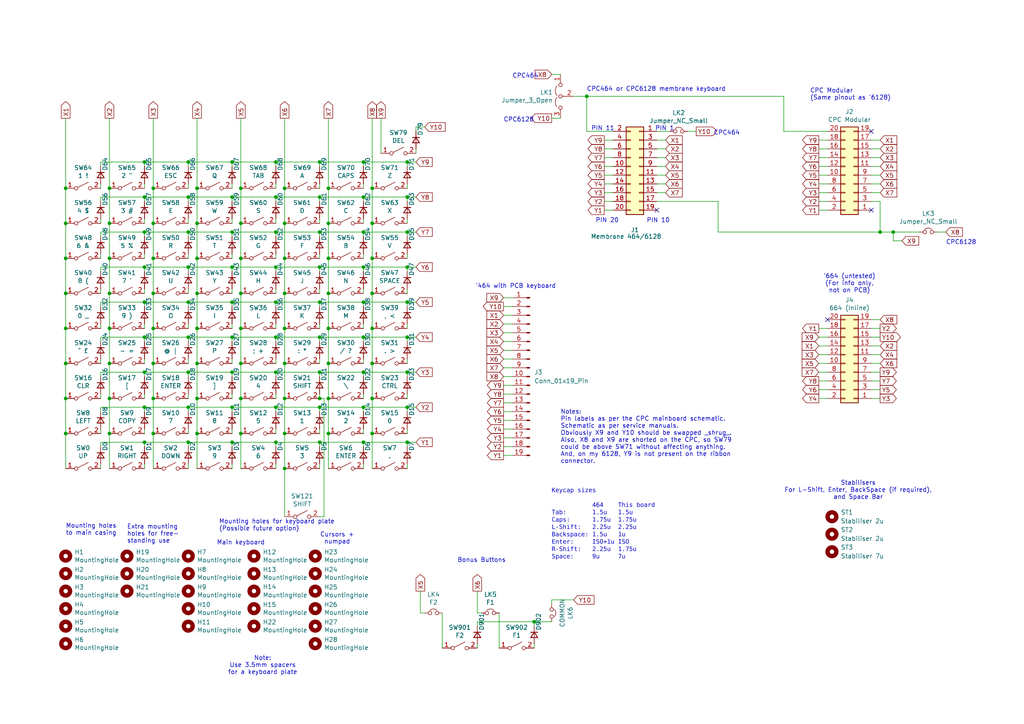
<source format=kicad_sch>
(kicad_sch (version 20231120) (generator "eeschema") (generator_version "8.0")
  (paper "A4")
  (junction (at 105.41 46.99))
  (junction (at 107.95 115.57))
  (junction (at 19.05 125.73))
  (junction (at 118.11 57.15))
  (junction (at 44.45 64.77))
  (junction (at 95.25 125.73))
  (junction (at 107.95 125.73))
  (junction (at 54.61 87.63))
  (junction (at 92.71 67.31))
  (junction (at 57.15 74.93))
  (junction (at 31.75 115.57))
  (junction (at 92.71 107.95))
  (junction (at 31.75 74.93))
  (junction (at 92.71 87.63))
  (junction (at 107.95 74.93))
  (junction (at 41.91 67.31))
  (junction (at 57.15 105.41))
  (junction (at 41.91 87.63))
  (junction (at 107.95 54.61))
  (junction (at 57.15 115.57))
  (junction (at 105.41 128.27))
  (junction (at 92.71 77.47))
  (junction (at 19.05 54.61))
  (junction (at 105.41 97.79))
  (junction (at 82.55 64.77))
  (junction (at 95.25 95.25))
  (junction (at 54.61 67.31))
  (junction (at 44.45 95.25))
  (junction (at 19.05 105.41))
  (junction (at 92.71 118.11))
  (junction (at 54.61 46.99))
  (junction (at 118.11 77.47))
  (junction (at 80.01 67.31))
  (junction (at 19.05 85.09))
  (junction (at 44.45 105.41))
  (junction (at 54.61 128.27))
  (junction (at 54.61 118.11))
  (junction (at 19.05 64.77))
  (junction (at 67.31 57.15))
  (junction (at 54.61 97.79))
  (junction (at 92.71 115.57))
  (junction (at 80.01 128.27))
  (junction (at 118.11 67.31))
  (junction (at 69.85 125.73))
  (junction (at 44.45 125.73))
  (junction (at 92.71 46.99))
  (junction (at 80.01 87.63))
  (junction (at 41.91 128.27))
  (junction (at 67.31 107.95))
  (junction (at 105.41 118.11))
  (junction (at 80.01 77.47))
  (junction (at 80.01 57.15))
  (junction (at 82.55 85.09))
  (junction (at 118.11 118.11))
  (junction (at 67.31 87.63))
  (junction (at 31.75 64.77))
  (junction (at 67.31 118.11))
  (junction (at 92.71 97.79))
  (junction (at 118.11 87.63))
  (junction (at 105.41 67.31))
  (junction (at 69.85 74.93))
  (junction (at 80.01 107.95))
  (junction (at 95.25 85.09))
  (junction (at 69.85 64.77))
  (junction (at 41.91 77.47))
  (junction (at 67.31 46.99))
  (junction (at 82.55 125.73))
  (junction (at 69.85 105.41))
  (junction (at 170.18 27.94))
  (junction (at 67.31 128.27))
  (junction (at 54.61 57.15))
  (junction (at 82.55 95.25))
  (junction (at 118.11 128.27))
  (junction (at 107.95 95.25))
  (junction (at 67.31 97.79))
  (junction (at 107.95 105.41))
  (junction (at 41.91 107.95))
  (junction (at 57.15 54.61))
  (junction (at 82.55 54.61))
  (junction (at 54.61 77.47))
  (junction (at 44.45 115.57))
  (junction (at 57.15 125.73))
  (junction (at 105.41 87.63))
  (junction (at 105.41 107.95))
  (junction (at 69.85 85.09))
  (junction (at 31.75 105.41))
  (junction (at 31.75 95.25))
  (junction (at 80.01 97.79))
  (junction (at 95.25 54.61))
  (junction (at 255.27 67.31))
  (junction (at 57.15 85.09))
  (junction (at 19.05 115.57))
  (junction (at 95.25 74.93))
  (junction (at 95.25 105.41))
  (junction (at 118.11 97.79))
  (junction (at 44.45 85.09))
  (junction (at 80.01 46.99))
  (junction (at 259.08 67.31))
  (junction (at 82.55 74.93))
  (junction (at 80.01 118.11))
  (junction (at 82.55 105.41))
  (junction (at 41.91 118.11))
  (junction (at 57.15 64.77))
  (junction (at 41.91 97.79))
  (junction (at 31.75 125.73))
  (junction (at 44.45 54.61))
  (junction (at 107.95 64.77))
  (junction (at 118.11 46.99))
  (junction (at 95.25 115.57))
  (junction (at 92.71 57.15))
  (junction (at 118.11 107.95))
  (junction (at 19.05 74.93))
  (junction (at 41.91 46.99))
  (junction (at 19.05 95.25))
  (junction (at 92.71 128.27))
  (junction (at 67.31 77.47))
  (junction (at 105.41 77.47))
  (junction (at 69.85 95.25))
  (junction (at 82.55 115.57))
  (junction (at 57.15 95.25))
  (junction (at 31.75 54.61))
  (junction (at 107.95 85.09))
  (junction (at 41.91 57.15))
  (junction (at 54.61 107.95))
  (junction (at 105.41 57.15))
  (junction (at 82.55 135.89))
  (junction (at 154.94 180.34))
  (junction (at 95.25 64.77))
  (junction (at 69.85 54.61))
  (junction (at 67.31 67.31))
  (junction (at 31.75 85.09))
  (junction (at 44.45 74.93))
  (junction (at 69.85 115.57))
  (no_connect (at 240.03 92.71))
  (no_connect (at 252.73 60.96))
  (no_connect (at 190.5 60.96))
  (no_connect (at 252.73 38.1))
  (wire (pts (xy 41.91 104.14) (xy 41.91 105.41)))
  (wire (pts (xy 92.71 87.63) (xy 92.71 88.9)))
  (wire (pts (xy 54.61 104.14) (xy 54.61 105.41)))
  (wire (pts (xy 80.01 57.15) (xy 80.01 58.42)))
  (wire (pts (xy 146.05 96.52) (xy 148.59 96.52)))
  (wire (pts (xy 148.59 93.98) (xy 146.05 93.98)))
  (wire (pts (xy 105.41 57.15) (xy 105.41 58.42)))
  (wire (pts (xy 95.25 125.73) (xy 95.25 115.57)))
  (wire (pts (xy 19.05 54.61) (xy 19.05 64.77)))
  (wire (pts (xy 252.73 115.57) (xy 255.27 115.57)))
  (wire (pts (xy 31.75 74.93) (xy 31.75 85.09)))
  (wire (pts (xy 240.03 95.25) (xy 237.49 95.25)))
  (wire (pts (xy 19.05 64.77) (xy 19.05 74.93)))
  (wire (pts (xy 44.45 135.89) (xy 44.45 125.73)))
  (wire (pts (xy 67.31 67.31) (xy 80.01 67.31)))
  (wire (pts (xy 105.41 107.95) (xy 105.41 109.22)))
  (wire (pts (xy 44.45 74.93) (xy 44.45 64.77)))
  (wire (pts (xy 57.15 125.73) (xy 57.15 135.89)))
  (wire (pts (xy 41.91 73.66) (xy 41.91 74.93)))
  (wire (pts (xy 237.49 107.95) (xy 240.03 107.95)))
  (wire (pts (xy 80.01 87.63) (xy 92.71 87.63)))
  (wire (pts (xy 41.91 63.5) (xy 41.91 64.77)))
  (wire (pts (xy 105.41 46.99) (xy 118.11 46.99)))
  (wire (pts (xy 19.05 125.73) (xy 19.05 135.89)))
  (wire (pts (xy 175.26 55.88) (xy 177.8 55.88)))
  (wire (pts (xy 255.27 58.42) (xy 252.73 58.42)))
  (wire (pts (xy 67.31 97.79) (xy 67.31 99.06)))
  (wire (pts (xy 118.11 83.82) (xy 118.11 85.09)))
  (wire (pts (xy 118.11 118.11) (xy 118.11 119.38)))
  (wire (pts (xy 80.01 124.46) (xy 80.01 125.73)))
  (wire (pts (xy 177.8 60.96) (xy 175.26 60.96)))
  (wire (pts (xy 255.27 107.95) (xy 252.73 107.95)))
  (wire (pts (xy 252.73 45.72) (xy 255.27 45.72)))
  (wire (pts (xy 105.41 63.5) (xy 105.41 64.77)))
  (wire (pts (xy 120.65 38.1) (xy 120.65 36.83)))
  (wire (pts (xy 175.26 50.8) (xy 177.8 50.8)))
  (wire (pts (xy 82.55 149.86) (xy 82.55 135.89)))
  (wire (pts (xy 67.31 107.95) (xy 80.01 107.95)))
  (wire (pts (xy 41.91 124.46) (xy 41.91 125.73)))
  (wire (pts (xy 29.21 107.95) (xy 29.21 109.22)))
  (wire (pts (xy 118.11 128.27) (xy 120.65 128.27)))
  (wire (pts (xy 54.61 93.98) (xy 54.61 95.25)))
  (wire (pts (xy 41.91 97.79) (xy 41.91 99.06)))
  (wire (pts (xy 67.31 118.11) (xy 80.01 118.11)))
  (wire (pts (xy 160.02 175.26) (xy 160.02 173.99)))
  (wire (pts (xy 208.28 67.31) (xy 255.27 67.31)))
  (wire (pts (xy 41.91 46.99) (xy 54.61 46.99)))
  (wire (pts (xy 80.01 87.63) (xy 80.01 88.9)))
  (wire (pts (xy 57.15 95.25) (xy 57.15 105.41)))
  (wire (pts (xy 31.75 125.73) (xy 31.75 135.89)))
  (wire (pts (xy 240.03 115.57) (xy 237.49 115.57)))
  (wire (pts (xy 128.27 177.8) (xy 128.27 187.96)))
  (wire (pts (xy 146.05 106.68) (xy 148.59 106.68)))
  (wire (pts (xy 67.31 73.66) (xy 67.31 74.93)))
  (wire (pts (xy 41.91 53.34) (xy 41.91 54.61)))
  (wire (pts (xy 54.61 63.5) (xy 54.61 64.77)))
  (wire (pts (xy 29.21 128.27) (xy 41.91 128.27)))
  (wire (pts (xy 57.15 34.29) (xy 57.15 54.61)))
  (wire (pts (xy 41.91 118.11) (xy 54.61 118.11)))
  (wire (pts (xy 57.15 74.93) (xy 57.15 85.09)))
  (wire (pts (xy 148.59 132.08) (xy 146.05 132.08)))
  (wire (pts (xy 105.41 57.15) (xy 118.11 57.15)))
  (wire (pts (xy 175.26 45.72) (xy 177.8 45.72)))
  (wire (pts (xy 170.18 27.94) (xy 227.33 27.94)))
  (wire (pts (xy 44.45 125.73) (xy 44.45 115.57)))
  (wire (pts (xy 41.91 118.11) (xy 41.91 119.38)))
  (wire (pts (xy 118.11 97.79) (xy 120.65 97.79)))
  (wire (pts (xy 138.43 171.45) (xy 138.43 177.8)))
  (wire (pts (xy 240.03 50.8) (xy 237.49 50.8)))
  (wire (pts (xy 29.21 67.31) (xy 41.91 67.31)))
  (wire (pts (xy 255.27 113.03) (xy 252.73 113.03)))
  (wire (pts (xy 93.98 115.57) (xy 93.98 149.86)))
  (wire (pts (xy 208.28 67.31) (xy 208.28 58.42)))
  (wire (pts (xy 19.05 105.41) (xy 19.05 115.57)))
  (wire (pts (xy 93.98 149.86) (xy 92.71 149.86)))
  (wire (pts (xy 82.55 105.41) (xy 82.55 115.57)))
  (wire (pts (xy 162.56 21.59) (xy 160.02 21.59)))
  (wire (pts (xy 105.41 114.3) (xy 105.41 115.57)))
  (wire (pts (xy 67.31 87.63) (xy 67.31 88.9)))
  (wire (pts (xy 54.61 46.99) (xy 54.61 48.26)))
  (wire (pts (xy 255.27 53.34) (xy 252.73 53.34)))
  (wire (pts (xy 148.59 121.92) (xy 146.05 121.92)))
  (wire (pts (xy 41.91 87.63) (xy 41.91 88.9)))
  (wire (pts (xy 69.85 64.77) (xy 69.85 54.61)))
  (wire (pts (xy 92.71 83.82) (xy 92.71 85.09)))
  (wire (pts (xy 237.49 48.26) (xy 240.03 48.26)))
  (wire (pts (xy 166.37 27.94) (xy 170.18 27.94)))
  (wire (pts (xy 67.31 93.98) (xy 67.31 95.25)))
  (wire (pts (xy 92.71 104.14) (xy 92.71 105.41)))
  (wire (pts (xy 105.41 53.34) (xy 105.41 54.61)))
  (wire (pts (xy 29.21 83.82) (xy 29.21 85.09)))
  (wire (pts (xy 54.61 67.31) (xy 67.31 67.31)))
  (wire (pts (xy 154.94 180.34) (xy 154.94 181.61)))
  (wire (pts (xy 80.01 128.27) (xy 92.71 128.27)))
  (wire (pts (xy 67.31 107.95) (xy 67.31 109.22)))
  (wire (pts (xy 146.05 86.36) (xy 148.59 86.36)))
  (wire (pts (xy 80.01 46.99) (xy 92.71 46.99)))
  (wire (pts (xy 193.04 55.88) (xy 190.5 55.88)))
  (wire (pts (xy 54.61 97.79) (xy 67.31 97.79)))
  (wire (pts (xy 255.27 102.87) (xy 252.73 102.87)))
  (wire (pts (xy 29.21 87.63) (xy 41.91 87.63)))
  (wire (pts (xy 44.45 115.57) (xy 44.45 105.41)))
  (wire (pts (xy 69.85 54.61) (xy 69.85 34.29)))
  (wire (pts (xy 146.05 129.54) (xy 148.59 129.54)))
  (wire (pts (xy 29.21 57.15) (xy 41.91 57.15)))
  (wire (pts (xy 255.27 43.18) (xy 252.73 43.18)))
  (wire (pts (xy 67.31 63.5) (xy 67.31 64.77)))
  (wire (pts (xy 44.45 85.09) (xy 44.45 74.93)))
  (wire (pts (xy 41.91 77.47) (xy 54.61 77.47)))
  (wire (pts (xy 80.01 77.47) (xy 92.71 77.47)))
  (wire (pts (xy 54.61 57.15) (xy 54.61 58.42)))
  (wire (pts (xy 29.21 97.79) (xy 41.91 97.79)))
  (wire (pts (xy 118.11 73.66) (xy 118.11 74.93)))
  (wire (pts (xy 95.25 115.57) (xy 95.25 105.41)))
  (wire (pts (xy 41.91 57.15) (xy 41.91 58.42)))
  (wire (pts (xy 92.71 57.15) (xy 105.41 57.15)))
  (wire (pts (xy 82.55 74.93) (xy 82.55 85.09)))
  (wire (pts (xy 67.31 128.27) (xy 80.01 128.27)))
  (wire (pts (xy 82.55 54.61) (xy 82.55 64.77)))
  (wire (pts (xy 29.21 104.14) (xy 29.21 105.41)))
  (wire (pts (xy 252.73 100.33) (xy 255.27 100.33)))
  (wire (pts (xy 69.85 115.57) (xy 69.85 105.41)))
  (wire (pts (xy 29.21 87.63) (xy 29.21 88.9)))
  (wire (pts (xy 105.41 118.11) (xy 118.11 118.11)))
  (wire (pts (xy 69.85 74.93) (xy 69.85 64.77)))
  (wire (pts (xy 227.33 38.1) (xy 240.03 38.1)))
  (wire (pts (xy 160.02 173.99) (xy 166.37 173.99)))
  (wire (pts (xy 162.56 34.29) (xy 160.02 34.29)))
  (wire (pts (xy 92.71 67.31) (xy 105.41 67.31)))
  (wire (pts (xy 19.05 85.09) (xy 19.05 95.25)))
  (wire (pts (xy 69.85 125.73) (xy 69.85 115.57)))
  (wire (pts (xy 54.61 87.63) (xy 67.31 87.63)))
  (wire (pts (xy 31.75 95.25) (xy 31.75 105.41)))
  (wire (pts (xy 118.11 57.15) (xy 120.65 57.15)))
  (wire (pts (xy 80.01 63.5) (xy 80.01 64.77)))
  (wire (pts (xy 148.59 99.06) (xy 146.05 99.06)))
  (wire (pts (xy 92.71 77.47) (xy 105.41 77.47)))
  (wire (pts (xy 92.71 118.11) (xy 105.41 118.11)))
  (wire (pts (xy 80.01 97.79) (xy 80.01 99.06)))
  (wire (pts (xy 54.61 46.99) (xy 67.31 46.99)))
  (wire (pts (xy 92.71 107.95) (xy 105.41 107.95)))
  (wire (pts (xy 92.71 93.98) (xy 92.71 95.25)))
  (wire (pts (xy 259.08 69.85) (xy 259.08 67.31)))
  (wire (pts (xy 31.75 34.29) (xy 31.75 54.61)))
  (wire (pts (xy 92.71 97.79) (xy 105.41 97.79)))
  (wire (pts (xy 121.92 177.8) (xy 123.19 177.8)))
  (wire (pts (xy 41.91 107.95) (xy 41.91 109.22)))
  (wire (pts (xy 29.21 46.99) (xy 41.91 46.99)))
  (wire (pts (xy 92.71 87.63) (xy 105.41 87.63)))
  (wire (pts (xy 92.71 128.27) (xy 92.71 129.54)))
  (wire (pts (xy 67.31 77.47) (xy 67.31 78.74)))
  (wire (pts (xy 110.49 34.29) (xy 110.49 44.45)))
  (wire (pts (xy 227.33 27.94) (xy 227.33 38.1)))
  (wire (pts (xy 208.28 58.42) (xy 190.5 58.42)))
  (wire (pts (xy 118.11 46.99) (xy 120.65 46.99)))
  (wire (pts (xy 54.61 97.79) (xy 54.61 99.06)))
  (wire (pts (xy 69.85 105.41) (xy 69.85 95.25)))
  (wire (pts (xy 121.92 171.45) (xy 121.92 177.8)))
  (wire (pts (xy 118.11 63.5) (xy 118.11 64.77)))
  (wire (pts (xy 255.27 97.79) (xy 252.73 97.79)))
  (wire (pts (xy 105.41 46.99) (xy 105.41 48.26)))
  (wire (pts (xy 80.01 128.27) (xy 80.01 129.54)))
  (wire (pts (xy 255.27 92.71) (xy 252.73 92.71)))
  (wire (pts (xy 67.31 67.31) (xy 67.31 68.58)))
  (wire (pts (xy 31.75 54.61) (xy 31.75 64.77)))
  (wire (pts (xy 67.31 57.15) (xy 67.31 58.42)))
  (wire (pts (xy 29.21 57.15) (xy 29.21 58.42)))
  (wire (pts (xy 82.55 85.09) (xy 82.55 95.25)))
  (wire (pts (xy 41.91 87.63) (xy 54.61 87.63)))
  (wire (pts (xy 240.03 105.41) (xy 237.49 105.41)))
  (wire (pts (xy 29.21 118.11) (xy 41.91 118.11)))
  (wire (pts (xy 105.41 73.66) (xy 105.41 74.93)))
  (wire (pts (xy 41.91 57.15) (xy 54.61 57.15)))
  (wire (pts (xy 92.71 77.47) (xy 92.71 78.74)))
  (wire (pts (xy 95.25 95.25) (xy 95.25 85.09)))
  (wire (pts (xy 240.03 100.33) (xy 237.49 100.33)))
  (wire (pts (xy 105.41 77.47) (xy 118.11 77.47)))
  (wire (pts (xy 118.11 77.47) (xy 120.65 77.47)))
  (wire (pts (xy 120.65 36.83) (xy 123.19 36.83)))
  (wire (pts (xy 80.01 118.11) (xy 80.01 119.38)))
  (wire (pts (xy 44.45 64.77) (xy 44.45 54.61)))
  (wire (pts (xy 148.59 104.14) (xy 146.05 104.14)))
  (wire (pts (xy 69.85 95.25) (xy 69.85 85.09)))
  (wire (pts (xy 80.01 134.62) (xy 80.01 135.89)))
  (wire (pts (xy 29.21 114.3) (xy 29.21 115.57)))
  (wire (pts (xy 118.11 128.27) (xy 118.11 129.54)))
  (wire (pts (xy 255.27 67.31) (xy 259.08 67.31)))
  (wire (pts (xy 80.01 114.3) (xy 80.01 115.57)))
  (wire (pts (xy 107.95 54.61) (xy 107.95 64.77)))
  (wire (pts (xy 29.21 46.99) (xy 29.21 48.26)))
  (wire (pts (xy 92.71 67.31) (xy 92.71 68.58)))
  (wire (pts (xy 154.94 180.34) (xy 160.02 180.34)))
  (wire (pts (xy 107.95 74.93) (xy 107.95 85.09)))
  (wire (pts (xy 82.55 95.25) (xy 82.55 105.41)))
  (wire (pts (xy 193.04 45.72) (xy 190.5 45.72)))
  (wire (pts (xy 252.73 105.41) (xy 255.27 105.41)))
  (wire (pts (xy 107.95 125.73) (xy 107.95 135.89)))
  (wire (pts (xy 118.11 107.95) (xy 118.11 109.22)))
  (wire (pts (xy 80.01 57.15) (xy 92.71 57.15)))
  (wire (pts (xy 118.11 114.3) (xy 118.11 115.57)))
  (wire (pts (xy 41.91 46.99) (xy 41.91 48.26)))
  (wire (pts (xy 252.73 110.49) (xy 255.27 110.49)))
  (wire (pts (xy 92.71 124.46) (xy 92.71 125.73)))
  (wire (pts (xy 146.05 119.38) (xy 148.59 119.38)))
  (wire (pts (xy 107.95 64.77) (xy 107.95 74.93)))
  (wire (pts (xy 54.61 77.47) (xy 54.61 78.74)))
  (wire (pts (xy 54.61 134.62) (xy 54.61 135.89)))
  (wire (pts (xy 105.41 87.63) (xy 118.11 87.63)))
  (wire (pts (xy 118.11 97.79) (xy 118.11 99.06)))
  (wire (pts (xy 118.11 134.62) (xy 118.11 135.89)))
  (wire (pts (xy 19.05 34.29) (xy 19.05 54.61)))
  (wire (pts (xy 57.15 54.61) (xy 57.15 64.77)))
  (wire (pts (xy 92.71 134.62) (xy 92.71 135.89)))
  (wire (pts (xy 57.15 85.09) (xy 57.15 95.25)))
  (wire (pts (xy 138.43 180.34) (xy 154.94 180.34)))
  (wire (pts (xy 146.05 124.46) (xy 148.59 124.46)))
  (wire (pts (xy 255.27 58.42) (xy 255.27 67.31)))
  (wire (pts (xy 95.25 64.77) (xy 95.25 54.61)))
  (wire (pts (xy 118.11 77.47) (xy 118.11 78.74)))
  (wire (pts (xy 177.8 58.42) (xy 175.26 58.42)))
  (wire (pts (xy 105.41 97.79) (xy 118.11 97.79)))
  (wire (pts (xy 105.41 77.47) (xy 105.41 78.74)))
  (wire (pts (xy 67.31 87.63) (xy 80.01 87.63)))
  (wire (pts (xy 177.8 53.34) (xy 175.26 53.34)))
  (wire (pts (xy 92.71 46.99) (xy 105.41 46.99)))
  (wire (pts (xy 95.25 54.61) (xy 95.25 34.29)))
  (wire (pts (xy 80.01 77.47) (xy 80.01 78.74)))
  (wire (pts (xy 41.91 67.31) (xy 41.91 68.58)))
  (wire (pts (xy 118.11 93.98) (xy 118.11 95.25)))
  (wire (pts (xy 146.05 101.6) (xy 148.59 101.6)))
  (wire (pts (xy 107.95 105.41) (xy 107.95 115.57)))
  (wire (pts (xy 80.01 46.99) (xy 80.01 48.26)))
  (wire (pts (xy 67.31 128.27) (xy 67.31 129.54)))
  (wire (pts (xy 105.41 67.31) (xy 105.41 68.58)))
  (wire (pts (xy 237.49 97.79) (xy 240.03 97.79)))
  (wire (pts (xy 82.55 115.57) (xy 82.55 125.73)))
  (wire (pts (xy 190.5 48.26) (xy 193.04 48.26)))
  (wire (pts (xy 80.01 107.95) (xy 80.01 109.22)))
  (wire (pts (xy 92.71 128.27) (xy 105.41 128.27)))
  (wire (pts (xy 193.04 50.8) (xy 190.5 50.8)))
  (wire (pts (xy 80.01 83.82) (xy 80.01 85.09)))
  (wire (pts (xy 44.45 105.41) (xy 44.45 95.25)))
  (wire (pts (xy 44.45 95.25) (xy 44.45 85.09)))
  (wire (pts (xy 41.91 83.82) (xy 41.91 85.09)))
  (wire (pts (xy 190.5 53.34) (xy 193.04 53.34)))
  (wire (pts (xy 120.65 44.45) (xy 120.65 43.18)))
  (wire (pts (xy 29.21 63.5) (xy 29.21 64.77)))
  (wire (pts (xy 105.41 104.14) (xy 105.41 105.41)))
  (wire (pts (xy 31.75 64.77) (xy 31.75 74.93)))
  (wire (pts (xy 92.71 118.11) (xy 92.71 119.38)))
  (wire (pts (xy 105.41 124.46) (xy 105.41 125.73)))
  (wire (pts (xy 80.01 53.34) (xy 80.01 54.61)))
  (wire (pts (xy 177.8 48.26) (xy 175.26 48.26)))
  (wire (pts (xy 148.59 116.84) (xy 146.05 116.84)))
  (wire (pts (xy 148.59 111.76) (xy 146.05 111.76)))
  (wire (pts (xy 105.41 67.31) (xy 118.11 67.31)))
  (wire (pts (xy 80.01 93.98) (xy 80.01 95.25)))
  (wire (pts (xy 193.04 40.64) (xy 190.5 40.64)))
  (wire (pts (xy 54.61 118.11) (xy 54.61 119.38)))
  (wire (pts (xy 54.61 87.63) (xy 54.61 88.9)))
  (wire (pts (xy 19.05 115.57) (xy 19.05 125.73)))
  (wire (pts (xy 190.5 38.1) (xy 194.31 38.1)))
  (wire (pts (xy 29.21 128.27) (xy 29.21 129.54)))
  (wire (pts (xy 54.61 124.46) (xy 54.61 125.73)))
  (wire (pts (xy 118.11 107.95) (xy 120.65 107.95)))
  (wire (pts (xy 92.71 73.66) (xy 92.71 74.93)))
  (wire (pts (xy 95.25 74.93) (xy 95.25 64.77)))
  (wire (pts (xy 29.21 118.11) (xy 29.21 119.38)))
  (wire (pts (xy 29.21 93.98) (xy 29.21 95.25)))
  (wire (pts (xy 44.45 54.61) (xy 44.45 34.29)))
  (wire (pts (xy 170.18 38.1) (xy 170.18 27.94)))
  (wire (pts (xy 266.7 67.31) (xy 259.08 67.31)))
  (wire (pts (xy 54.61 67.31) (xy 54.61 68.58)))
  (wire (pts (xy 105.41 97.79) (xy 105.41 99.06)))
  (wire (pts (xy 82.55 64.77) (xy 82.55 74.93)))
  (wire (pts (xy 118.11 57.15) (xy 118.11 58.42)))
  (wire (pts (xy 41.91 97.79) (xy 54.61 97.79)))
  (wire (pts (xy 252.73 55.88) (xy 255.27 55.88)))
  (wire (pts (xy 107.95 115.57) (xy 107.95 125.73)))
  (wire (pts (xy 148.59 109.22) (xy 146.05 109.22)))
  (wire (pts (xy 144.78 177.8) (xy 144.78 187.96)))
  (wire (pts (xy 92.71 63.5) (xy 92.71 64.77)))
  (wire (pts (xy 19.05 95.25) (xy 19.05 105.41)))
  (wire (pts (xy 240.03 60.96) (xy 237.49 60.96)))
  (wire (pts (xy 67.31 118.11) (xy 67.31 119.38)))
  (wire (pts (xy 29.21 53.34) (xy 29.21 54.61)))
  (wire (pts (xy 54.61 107.95) (xy 54.61 109.22)))
  (wire (pts (xy 54.61 114.3) (xy 54.61 115.57)))
  (wire (pts (xy 41.91 114.3) (xy 41.91 115.57)))
  (wire (pts (xy 107.95 34.29) (xy 107.95 54.61)))
  (wire (pts (xy 252.73 50.8) (xy 255.27 50.8)))
  (wire (pts (xy 138.43 177.8) (xy 139.7 177.8)))
  (wire (pts (xy 105.41 107.95) (xy 118.11 107.95)))
  (wire (pts (xy 92.71 114.3) (xy 92.71 115.57)))
  (wire (pts (xy 95.25 135.89) (xy 95.25 125.73)))
  (wire (pts (xy 170.18 38.1) (xy 177.8 38.1)))
  (wire (pts (xy 92.71 46.99) (xy 92.71 48.26)))
  (wire (pts (xy 41.91 134.62) (xy 41.91 135.89)))
  (wire (pts (xy 31.75 105.41) (xy 31.75 115.57)))
  (wire (pts (xy 252.73 40.64) (xy 255.27 40.64)))
  (wire (pts (xy 29.21 77.47) (xy 29.21 78.74)))
  (wire (pts (xy 105.41 128.27) (xy 118.11 128.27)))
  (wire (pts (xy 67.31 57.15) (xy 80.01 57.15)))
  (wire (pts (xy 29.21 107.95) (xy 41.91 107.95)))
  (wire (pts (xy 29.21 134.62) (xy 29.21 135.89)))
  (wire (pts (xy 261.62 69.85) (xy 259.08 69.85)))
  (wire (pts (xy 118.11 67.31) (xy 118.11 68.58)))
  (wire (pts (xy 105.41 118.11) (xy 105.41 119.38)))
  (wire (pts (xy 67.31 77.47) (xy 80.01 77.47)))
  (wire (pts (xy 92.71 57.15) (xy 92.71 58.42)))
  (wire (pts (xy 67.31 114.3) (xy 67.31 115.57)))
  (wire (pts (xy 57.15 115.57) (xy 57.15 125.73)))
  (wire (pts (xy 148.59 127) (xy 146.05 127)))
  (wire (pts (xy 41.91 128.27) (xy 54.61 128.27)))
  (wire (pts (xy 57.15 64.77) (xy 57.15 74.93)))
  (wire (pts (xy 148.59 88.9) (xy 146.05 88.9)))
  (wire (pts (xy 80.01 73.66) (xy 80.01 74.93)))
  (wire (pts (xy 54.61 118.11) (xy 67.31 118.11)))
  (wire (pts (xy 93.98 115.57) (xy 92.71 115.57)))
  (wire (pts (xy 80.01 67.31) (xy 80.01 68.58)))
  (wire (pts (xy 154.94 186.69) (xy 154.94 187.96)))
  (wire (pts (xy 41.91 128.27) (xy 41.91 129.54)))
  (wire (pts (xy 80.01 118.11) (xy 92.71 118.11)))
  (wire (pts (xy 29.21 67.31) (xy 29.21 68.58)))
  (wire (pts (xy 54.61 128.27) (xy 54.61 129.54)))
  (wire (pts (xy 237.49 53.34) (xy 240.03 53.34)))
  (wire (pts (xy 67.31 83.82) (xy 67.31 85.09)))
  (wire (pts (xy 54.61 53.34) (xy 54.61 54.61)))
  (wire (pts (xy 271.78 67.31) (xy 274.32 67.31)))
  (wire (pts (xy 67.31 46.99) (xy 67.31 48.26)))
  (wire (pts (xy 237.49 113.03) (xy 240.03 113.03)))
  (wire (pts (xy 177.8 43.18) (xy 175.26 43.18)))
  (wire (pts (xy 237.49 43.18) (xy 240.03 43.18)))
  (wire (pts (xy 41.91 107.95) (xy 54.61 107.95)))
  (wire (pts (xy 92.71 97.79) (xy 92.71 99.06)))
  (wire (pts (xy 255.27 48.26) (xy 252.73 48.26)))
  (wire (pts (xy 95.25 85.09) (xy 95.25 74.93)))
  (wire (pts (xy 54.61 57.15) (xy 67.31 57.15)))
  (wire (pts (xy 41.91 77.47) (xy 41.91 78.74)))
  (wire (pts (xy 67.31 53.34) (xy 67.31 54.61)))
  (wire (pts (xy 240.03 55.88) (xy 237.49 55.88)))
  (wire (pts (xy 57.15 105.41) (xy 57.15 115.57)))
  (wire (pts (xy 82.55 34.29) (xy 82.55 54.61)))
  (wire (pts (xy 118.11 104.14) (xy 118.11 105.41)))
  (wire (pts (xy 69.85 85.09) (xy 69.85 74.93)))
  (wire (pts (xy 107.95 85.09) (xy 107.95 95.25)))
  (wire (pts (xy 118.11 53.34) (xy 118.11 54.61)))
  (wire (pts (xy 54.61 83.82) (xy 54.61 85.09)))
  (wire (pts (xy 54.61 107.95) (xy 67.31 107.95)))
  (wire (pts (xy 29.21 73.66) (xy 29.21 74.93)))
  (wire (pts (xy 199.39 38.1) (xy 201.93 38.1)))
  (wire (pts (xy 237.49 58.42) (xy 240.03 58.42)))
  (wire (pts (xy 118.11 124.46) (xy 118.11 125.73)))
  (wire (pts (xy 31.75 115.57) (xy 31.75 125.73)))
  (wire (pts (xy 41.91 93.98) (xy 41.91 95.25)))
  (wire (pts (xy 118.11 118.11) (xy 120.65 118.11)))
  (wire (pts (xy 67.31 124.46) (xy 67.31 125.73)))
  (wire (pts (xy 67.31 104.14) (xy 67.31 105.41)))
  (wire (pts (xy 67.31 46.99) (xy 80.01 46.99)))
  (wire (pts (xy 105.41 134.62) (xy 105.41 135.89)))
  (wire (pts (xy 146.05 114.3) (xy 148.59 114.3)))
  (wire (pts (xy 240.03 40.64) (xy 237.49 40.64)))
  (wire (pts (xy 190.5 43.18) (xy 193.04 43.18)))
  (wire (pts (xy 105.41 128.27) (xy 105.41 129.54)))
  (wire (pts (xy 31.75 85.09) (xy 31.75 95.25)))
  (wire (pts (xy 80.01 107.95) (xy 92.71 107.95)))
  (wire (pts (xy 138.43 181.61) (xy 138.43 180.34)))
  (wire (pts (xy 175.26 40.64) (xy 177.8 40.64)))
  (wire (pts (xy 240.03 110.49) (xy 237.49 110.49)))
  (wire (pts (xy 240.03 45.72) (xy 237.49 45.72)))
  (wire (pts (xy 118.11 67.31) (xy 120.65 67.31)))
  (wire (pts (xy 118.11 46.99) (xy 118.11 48.26)))
  (wire (pts (xy 146.05 91.44) (xy 148.59 91.44)))
  (wire (pts (xy 80.01 104.14) (xy 80.01 105.41)))
  (wire (pts (xy 54.61 77.47) (xy 67.31 77.47)))
  (wire (pts (xy 29.21 124.46) (xy 29.21 125.73)))
  (wire (pts (xy 105.41 87.63) (xy 105.41 88.9)))
  (wire (pts (xy 80.01 97.79) (xy 92.71 97.79)))
  (wire (pts (xy 92.71 107.95) (xy 92.71 109.22)))
  (wire (pts (xy 118.11 87.63) (xy 120.65 87.63)))
  (wire (pts (xy 41.91 67.31) (xy 54.61 67.31)))
  (wire (pts (xy 29.21 77.47) (xy 41.91 77.47)))
  (wire (pts (xy 29.21 97.79) (xy 29.21 99.06)))
  (wire (pts (xy 54.61 128.27) (xy 67.31 128.27)))
  (wire (pts (xy 237.49 102.87) (xy 240.03 102.87)))
  (wire (pts (xy 67.31 97.79) (xy 80.01 97.79)))
  (wire (pts (xy 54.61 73.66) (xy 54.61 74.93)))
  (wire (pts (xy 69.85 135.89) (xy 69.85 125.73)))
  (wire (pts (xy 80.01 67.31) (xy 92.71 67.31)))
  (wire (pts (xy 92.71 53.34) (xy 92.71 54.61)))
  (wire (pts (xy 252.73 95.25) (xy 255.27 95.25)))
  (wire (pts (xy 105.41 83.82) (xy 105.41 85.09)))
  (wire (pts (xy 105.41 93.98) (xy 105.41 95.25)))
  (wire (pts (xy 82.55 125.73) (xy 82.55 135.89)))
  (wire (pts (xy 118.11 87.63) (xy 118.11 88.9)))
  (wire (pts (xy 138.43 186.69) (xy 138.43 187.96)))
  (wire (pts (xy 95.25 105.41) (xy 95.25 95.25)))
  (wire (pts (xy 67.31 134.62) (xy 67.31 135.89)))
  (wire (pts (xy 107.95 95.25) (xy 107.95 105.41)))
  (wire (pts (xy 19.05 74.93) (xy 19.05 85.09)))
  (text "Cursors +\nnumpad" (at 97.79 156.21 0) (effects (font (size 1.27 1.27))))
  (text "CPC464" (at 214.63 39.37 0) (effects (font (size 1.27 1.27)) (justify right bottom)))
  (text "PIN 11" (at 171.45 38.1 0) (effects (font (size 1.27 1.27)) (justify left bottom)))
  (text "Mounting holes\nto main casing" (at 19.05 153.67 0) (effects (font (size 1.27 1.27)) (justify left)))
  (text "PIN 10" (at 194.31 64.77 0) (effects (font (size 1.27 1.27)) (justify right bottom)))
  (text "PIN 1" (at 195.58 38.1 0) (effects (font (size 1.27 1.27)) (justify right bottom)))
  (text "Extra mounting\nholes for free-\nstanding use" (at 36.83 154.94 0) (effects (font (size 1.27 1.27)) (justify left)))
  (text "CPC464" (at 148.59 22.86 0) (effects (font (size 1.27 1.27)) (justify left bottom)))
  (text "Keycap sizes\n\n           464    This board\nTab:       1.5u   1.5u\nCaps:      1.75u  1.75u\nL-Shift:   2.25u  2.25u\nBackspace: 1.5u   1u\nEnter:     ISO+1u ISO\nR-Shift:   2.25u  1.75u\nSpace:     9u     7u" (at 160.02 152.4 0) (effects (font (size 1.27 1.27)) (justify left)))
  (text "CPC6128" (at 146.05 35.56 0) (effects (font (size 1.27 1.27)) (justify left bottom)))
  (text "Stabilisers\nFor L-Shift, Enter, BackSpace (if required),\nand Space Bar" (at 248.92 142.24 0) (effects (font (size 1.27 1.27))))
  (text "Note:\nUse 3.5mm spacers\nfor a keyboard plate" (at 76.2 193.04 0) (effects (font (size 1.27 1.27))))
  (text "'464 with PCB keyboard" (at 161.29 83.82 0) (effects (font (size 1.27 1.27)) (justify right bottom)))
  (text "Notes:\nPin labels as per the CPC mainboard schematic.\nSchematic as per service manuals.\nObviously X9 and Y10 should be swapped _shrug_.\nAlso, X8 and X9 are shorted on the CPC, so SW79\ncould be above SW71 without affecting anything.\nAnd, on my 6128, Y9 is not present on the ribbon\nconnector." (at 162.56 134.62 0) (effects (font (size 1.27 1.27)) (justify left bottom)))
  (text "'664 (untested)\n(For info only,\nnot on PCB)" (at 246.38 85.09 0) (effects (font (size 1.27 1.27)) (justify bottom)))
  (text "CPC6128" (at 283.21 71.12 0) (effects (font (size 1.27 1.27)) (justify right bottom)))
  (text "Bonus Buttons" (at 139.7 162.56 0) (effects (font (size 1.27 1.27))))
  (text "CPC464 or CPC6128 membrane keyboard" (at 170.18 26.67 0) (effects (font (size 1.27 1.27)) (justify left bottom)))
  (text "Main keyboard" (at 69.85 157.48 0) (effects (font (size 1.27 1.27))))
  (text "CPC Modular\n(Same pinout as '6128)" (at 234.95 29.21 0) (effects (font (size 1.27 1.27)) (justify left bottom)))
  (text "PIN 20" (at 172.72 64.77 0) (effects (font (size 1.27 1.27)) (justify left bottom)))
  (text "Mounting holes for keyboard plate\n(Possible future option)" (at 63.5 152.4 0) (effects (font (size 1.27 1.27)) (justify left)))
  (global_label "Y8" (shape input) (at 120.65 57.15 0) (property "Intersheetrefs" "${INTERSHEET_REFS}" (effects (hide yes))))
  (global_label "X3" (shape output) (at 44.45 34.29 90) (property "Intersheetrefs" "${INTERSHEET_REFS}" (effects (hide yes))))
  (global_label "Y10" (shape input) (at 166.37 173.99 0) (property "Intersheetrefs" "${INTERSHEET_REFS}" (effects (hide yes))))
  (global_label "X5" (shape input) (at 255.27 50.8 0) (property "Intersheetrefs" "${INTERSHEET_REFS}" (effects (hide yes))))
  (global_label "X7" (shape input) (at 146.05 106.68 180) (property "Intersheetrefs" "${INTERSHEET_REFS}" (effects (hide yes))))
  (global_label "X8" (shape input) (at 274.32 67.31 0) (property "Intersheetrefs" "${INTERSHEET_REFS}" (effects (hide yes))))
  (global_label "X6" (shape output) (at 138.43 171.45 90) (property "Intersheetrefs" "${INTERSHEET_REFS}" (effects (hide yes))))
  (global_label "X5" (shape output) (at 69.85 34.29 90) (property "Intersheetrefs" "${INTERSHEET_REFS}" (effects (hide yes))))
  (global_label "Y10" (shape output) (at 201.93 38.1 0) (property "Intersheetrefs" "${INTERSHEET_REFS}" (effects (hide yes))))
  (global_label "Y4" (shape input) (at 120.65 97.79 0) (property "Intersheetrefs" "${INTERSHEET_REFS}" (effects (hide yes))))
  (global_label "Y8" (shape output) (at 237.49 43.18 180) (property "Intersheetrefs" "${INTERSHEET_REFS}" (effects (hide yes))))
  (global_label "Y6" (shape output) (at 237.49 113.03 180) (property "Intersheetrefs" "${INTERSHEET_REFS}" (effects (hide yes))))
  (global_label "X9" (shape output) (at 110.49 34.29 90) (property "Intersheetrefs" "${INTERSHEET_REFS}" (effects (hide yes))))
  (global_label "Y6" (shape output) (at 237.49 48.26 180) (property "Intersheetrefs" "${INTERSHEET_REFS}" (effects (hide yes))))
  (global_label "X6" (shape input) (at 255.27 53.34 0) (property "Intersheetrefs" "${INTERSHEET_REFS}" (effects (hide yes))))
  (global_label "Y2" (shape output) (at 255.27 95.25 0) (property "Intersheetrefs" "${INTERSHEET_REFS}" (effects (hide yes))))
  (global_label "X6" (shape input) (at 146.05 104.14 180) (property "Intersheetrefs" "${INTERSHEET_REFS}" (effects (hide yes))))
  (global_label "X4" (shape input) (at 146.05 99.06 180) (property "Intersheetrefs" "${INTERSHEET_REFS}" (effects (hide yes))))
  (global_label "X4" (shape output) (at 57.15 34.29 90) (property "Intersheetrefs" "${INTERSHEET_REFS}" (effects (hide yes))))
  (global_label "X4" (shape input) (at 255.27 102.87 0) (property "Intersheetrefs" "${INTERSHEET_REFS}" (effects (hide yes))))
  (global_label "Y10" (shape output) (at 146.05 88.9 180) (property "Intersheetrefs" "${INTERSHEET_REFS}" (effects (hide yes))))
  (global_label "X5" (shape input) (at 237.49 105.41 180) (property "Intersheetrefs" "${INTERSHEET_REFS}" (effects (hide yes))))
  (global_label "X7" (shape input) (at 193.04 55.88 0) (property "Intersheetrefs" "${INTERSHEET_REFS}" (effects (hide yes))))
  (global_label "Y5" (shape output) (at 237.49 50.8 180) (property "Intersheetrefs" "${INTERSHEET_REFS}" (effects (hide yes))))
  (global_label "Y6" (shape input) (at 120.65 77.47 0) (property "Intersheetrefs" "${INTERSHEET_REFS}" (effects (hide yes))))
  (global_label "Y4" (shape output) (at 237.49 53.34 180) (property "Intersheetrefs" "${INTERSHEET_REFS}" (effects (hide yes))))
  (global_label "Y9" (shape output) (at 146.05 111.76 180) (property "Intersheetrefs" "${INTERSHEET_REFS}" (effects (hide yes))))
  (global_label "Y4" (shape output) (at 237.49 115.57 180) (property "Intersheetrefs" "${INTERSHEET_REFS}" (effects (hide yes))))
  (global_label "X9" (shape input) (at 146.05 86.36 180) (property "Intersheetrefs" "${INTERSHEET_REFS}" (effects (hide yes))))
  (global_label "Y7" (shape input) (at 120.65 67.31 0) (property "Intersheetrefs" "${INTERSHEET_REFS}" (effects (hide yes))))
  (global_label "X9" (shape input) (at 237.49 97.79 180) (property "Intersheetrefs" "${INTERSHEET_REFS}" (effects (hide yes))))
  (global_label "Y8" (shape output) (at 175.26 43.18 180) (property "Intersheetrefs" "${INTERSHEET_REFS}" (effects (hide yes))))
  (global_label "Y9" (shape output) (at 237.49 40.64 180) (property "Intersheetrefs" "${INTERSHEET_REFS}" (effects (hide yes))))
  (global_label "X1" (shape input) (at 146.05 91.44 180) (property "Intersheetrefs" "${INTERSHEET_REFS}" (effects (hide yes))))
  (global_label "Y9" (shape output) (at 255.27 107.95 0) (property "Intersheetrefs" "${INTERSHEET_REFS}" (effects (hide yes))))
  (global_label "X3" (shape input) (at 237.49 102.87 180) (property "Intersheetrefs" "${INTERSHEET_REFS}" (effects (hide yes))))
  (global_label "X5" (shape input) (at 146.05 101.6 180) (property "Intersheetrefs" "${INTERSHEET_REFS}" (effects (hide yes))))
  (global_label "X1" (shape input) (at 237.49 100.33 180) (property "Intersheetrefs" "${INTERSHEET_REFS}" (effects (hide yes))))
  (global_label "Y10" (shape output) (at 160.02 34.29 180) (property "Intersheetrefs" "${INTERSHEET_REFS}" (effects (hide yes))))
  (global_label "Y8" (shape output) (at 146.05 114.3 180) (property "Intersheetrefs" "${INTERSHEET_REFS}" (effects (hide yes))))
  (global_label "Y7" (shape output) (at 146.05 116.84 180) (property "Intersheetrefs" "${INTERSHEET_REFS}" (effects (hide yes))))
  (global_label "X8" (shape input) (at 255.27 92.71 0) (property "Intersheetrefs" "${INTERSHEET_REFS}" (effects (hide yes))))
  (global_label "X6" (shape input) (at 193.04 53.34 0) (property "Intersheetrefs" "${INTERSHEET_REFS}" (effects (hide yes))))
  (global_label "Y6" (shape output) (at 146.05 119.38 180) (property "Intersheetrefs" "${INTERSHEET_REFS}" (effects (hide yes))))
  (global_label "X7" (shape input) (at 237.49 107.95 180) (property "Intersheetrefs" "${INTERSHEET_REFS}" (effects (hide yes))))
  (global_label "X2" (shape input) (at 255.27 43.18 0) (property "Intersheetrefs" "${INTERSHEET_REFS}" (effects (hide yes))))
  (global_label "Y9" (shape output) (at 175.26 40.64 180) (property "Intersheetrefs" "${INTERSHEET_REFS}" (effects (hide yes))))
  (global_label "X8" (shape input) (at 146.05 109.22 180) (property "Intersheetrefs" "${INTERSHEET_REFS}" (effects (hide yes))))
  (global_label "Y7" (shape output) (at 237.49 45.72 180) (property "Intersheetrefs" "${INTERSHEET_REFS}" (effects (hide yes))))
  (global_label "Y9" (shape input) (at 120.65 46.99 0) (property "Intersheetrefs" "${INTERSHEET_REFS}" (effects (hide yes))))
  (global_label "Y1" (shape output) (at 146.05 132.08 180) (property "Intersheetrefs" "${INTERSHEET_REFS}" (effects (hide yes))))
  (global_label "X5" (shape input) (at 193.04 50.8 0) (property "Intersheetrefs" "${INTERSHEET_REFS}" (effects (hide yes))))
  (global_label "X2" (shape input) (at 146.05 93.98 180) (property "Intersheetrefs" "${INTERSHEET_REFS}" (effects (hide yes))))
  (global_label "Y5" (shape input) (at 120.65 87.63 0) (property "Intersheetrefs" "${INTERSHEET_REFS}" (effects (hide yes))))
  (global_label "Y7" (shape output) (at 175.26 45.72 180) (property "Intersheetrefs" "${INTERSHEET_REFS}" (effects (hide yes))))
  (global_label "Y5" (shape output) (at 175.26 50.8 180) (property "Intersheetrefs" "${INTERSHEET_REFS}" (effects (hide yes))))
  (global_label "Y2" (shape output) (at 175.26 58.42 180) (property "Intersheetrefs" "${INTERSHEET_REFS}" (effects (hide yes))))
  (global_label "X1" (shape input) (at 255.27 40.64 0) (property "Intersheetrefs" "${INTERSHEET_REFS}" (effects (hide yes))))
  (global_label "X6" (shape input) (at 255.27 105.41 0) (property "Intersheetrefs" "${INTERSHEET_REFS}" (effects (hide yes))))
  (global_label "X6" (shape output) (at 82.55 34.29 90) (property "Intersheetrefs" "${INTERSHEET_REFS}" (effects (hide yes))))
  (global_label "X7" (shape input) (at 255.27 55.88 0) (property "Intersheetrefs" "${INTERSHEET_REFS}" (effects (hide yes))))
  (global_label "Y5" (shape output) (at 255.27 113.03 0) (property "Intersheetrefs" "${INTERSHEET_REFS}" (effects (hide yes))))
  (global_label "X3" (shape input) (at 255.27 45.72 0) (property "Intersheetrefs" "${INTERSHEET_REFS}" (effects (hide yes))))
  (global_label "Y6" (shape output) (at 175.26 48.26 180) (property "Intersheetrefs" "${INTERSHEET_REFS}" (effects (hide yes))))
  (global_label "Y3" (shape output) (at 237.49 55.88 180) (property "Intersheetrefs" "${INTERSHEET_REFS}" (effects (hide yes))))
  (global_label "X9" (shape input) (at 261.62 69.85 0) (property "Intersheetrefs" "${INTERSHEET_REFS}" (effects (hide yes))))
  (global_label "Y7" (shape output) (at 255.27 110.49 0) (property "Intersheetrefs" "${INTERSHEET_REFS}" (effects (hide yes))))
  (global_label "X5" (shape output) (at 121.92 171.45 90) (property "Intersheetrefs" "${INTERSHEET_REFS}" (effects (hide yes))))
  (global_label "X2" (shape input) (at 193.04 43.18 0) (property "Intersheetrefs" "${INTERSHEET_REFS}" (effects (hide yes))))
  (global_label "Y10" (shape input) (at 123.19 36.83 0) (property "Intersheetrefs" "${INTERSHEET_REFS}" (effects (hide yes))))
  (global_label "X1" (shape output) (at 19.05 34.29 90) (property "Intersheetrefs" "${INTERSHEET_REFS}" (effects (hide yes))))
  (global_label "Y1" (shape output) (at 175.26 60.96 180) (property "Intersheetrefs" "${INTERSHEET_REFS}" (effects (hide yes))))
  (global_label "X1" (shape input) (at 193.04 40.64 0) (property "Intersheetrefs" "${INTERSHEET_REFS}" (effects (hide yes))))
  (global_label "Y3" (shape input) (at 120.65 107.95 0) (property "Intersheetrefs" "${INTERSHEET_REFS}" (effects (hide yes))))
  (global_label "Y3" (shape output) (at 175.26 55.88 180) (property "Intersheetrefs" "${INTERSHEET_REFS}" (effects (hide yes))))
  (global_label "Y4" (shape output) (at 146.05 124.46 180) (property "Intersheetrefs" "${INTERSHEET_REFS}" (effects (hide yes))))
  (global_label "X4" (shape input) (at 193.04 48.26 0) (property "Intersheetrefs" "${INTERSHEET_REFS}" (effects (hide yes))))
  (global_label "Y1" (shape output) (at 237.49 60.96 180) (property "Intersheetrefs" "${INTERSHEET_REFS}" (effects (hide yes))))
  (global_label "Y2" (shape output) (at 146.05 129.54 180) (property "Intersheetrefs" "${INTERSHEET_REFS}" (effects (hide yes))))
  (global_label "Y3" (shape output) (at 146.05 127 180) (property "Intersheetrefs" "${INTERSHEET_REFS}" (effects (hide yes))))
  (global_label "X8" (shape output) (at 107.95 34.29 90) (property "Intersheetrefs" "${INTERSHEET_REFS}" (effects (hide yes))))
  (global_label "Y2" (shape output) (at 237.49 58.42 180) (property "Intersheetrefs" "${INTERSHEET_REFS}" (effects (hide yes))))
  (global_label "X2" (shape output) (at 31.75 34.29 90) (property "Intersheetrefs" "${INTERSHEET_REFS}" (effects (hide yes))))
  (global_label "X2" (shape input) (at 255.27 100.33 0) (property "Intersheetrefs" "${INTERSHEET_REFS}" (effects (hide yes))))
  (global_label "X7" (shape output) (at 95.25 34.29 90) (property "Intersheetrefs" "${INTERSHEET_REFS}" (effects (hide yes))))
  (global_label "Y10" (shape output) (at 255.27 97.79 0) (property "Intersheetrefs" "${INTERSHEET_REFS}" (effects (hide yes))))
  (global_label "Y1" (shape output) (at 237.49 95.25 180) (property "Intersheetrefs" "${INTERSHEET_REFS}" (effects (hide yes))))
  (global_label "Y3" (shape output) (at 255.27 115.57 0) (property "Intersheetrefs" "${INTERSHEET_REFS}" (effects (hide yes))))
  (global_label "X4" (shape input) (at 255.27 48.26 0) (property "Intersheetrefs" "${INTERSHEET_REFS}" (effects (hide yes))))
  (global_label "Y2" (shape input) (at 120.65 118.11 0) (property "Intersheetrefs" "${INTERSHEET_REFS}" (effects (hide yes))))
  (global_label "Y1" (shape input) (at 120.65 128.27 0) (property "Intersheetrefs" "${INTERSHEET_REFS}" (effects (hide yes))))
  (global_label "Y8" (shape output) (at 237.49 110.49 180) (property "Intersheetrefs" "${INTERSHEET_REFS}" (effects (hide yes))))
  (global_label "Y4" (shape output) (at 175.26 53.34 180) (property "Intersheetrefs" "${INTERSHEET_REFS}" (effects (hide yes))))
  (global_label "X3" (shape input) (at 146.05 96.52 180) (property "Intersheetrefs" "${INTERSHEET_REFS}" (effects (hide yes))))
  (global_label "Y5" (shape output) (at 146.05 121.92 180) (property "Intersheetrefs" "${INTERSHEET_REFS}" (effects (hide yes))))
  (global_label "X8" (shape input) (at 160.02 21.59 180) (property "Intersheetrefs" "${INTERSHEET_REFS}" (effects (hide yes))))
  (global_label "X3" (shape input) (at 193.04 45.72 0) (property "Intersheetrefs" "${INTERSHEET_REFS}" (effects (hide yes))))
  (symbol (lib_id "Switch:SW_SPST") (at 115.57 44.45 0) (unit 1)
    (property "Reference" "SW79" (at 115.57 38.481 0))
    (property "Value" "DEL" (at 115.57 40.7924 0))
    (property "Footprint" "Keyswitches:Kailh_socket_MX_optional" (effects (hide yes)))
  )
  (symbol (lib_id "Switch:SW_SPST") (at 24.13 54.61 0) (unit 1)
    (property "Reference" "SW64" (at 24.13 48.641 0))
    (property "Value" "1 !" (at 24.13 50.9524 0))
    (property "Footprint" "Keyswitches:Kailh_socket_MX_optional" (effects (hide yes)))
  )
  (symbol (lib_id "Switch:SW_SPST") (at 24.13 64.77 0) (unit 1)
    (property "Reference" "SW56" (at 24.13 58.801 0))
    (property "Value" "4 $" (at 24.13 61.1124 0))
    (property "Footprint" "Keyswitches:Kailh_socket_MX_optional" (effects (hide yes)))
  )
  (symbol (lib_id "Switch:SW_SPST") (at 24.13 74.93 0) (unit 1)
    (property "Reference" "SW48" (at 24.13 68.961 0))
    (property "Value" "6 &" (at 24.13 71.2724 0))
    (property "Footprint" "Keyswitches:Kailh_socket_MX_optional" (effects (hide yes)))
  )
  (symbol (lib_id "Switch:SW_SPST") (at 24.13 85.09 0) (unit 1)
    (property "Reference" "SW40" (at 24.13 79.121 0))
    (property "Value" "8 (" (at 24.13 81.4324 0))
    (property "Footprint" "Keyswitches:Kailh_socket_MX_optional" (effects (hide yes)))
  )
  (symbol (lib_id "Switch:SW_SPST") (at 24.13 95.25 0) (unit 1)
    (property "Reference" "SW32" (at 24.13 89.281 0))
    (property "Value" "0 _" (at 24.13 91.5924 0))
    (property "Footprint" "Keyswitches:Kailh_socket_MX_optional" (effects (hide yes)))
  )
  (symbol (lib_id "Switch:SW_SPST") (at 24.13 105.41 0) (unit 1)
    (property "Reference" "SW24" (at 24.13 99.441 0))
    (property "Value" "^ £" (at 24.13 101.7524 0))
    (property "Footprint" "Keyswitches:Kailh_socket_MX_optional" (effects (hide yes)))
  )
  (symbol (lib_id "Switch:SW_SPST") (at 24.13 115.57 0) (unit 1)
    (property "Reference" "SW16" (at 24.13 109.601 0))
    (property "Value" "CLR" (at 24.13 111.9124 0))
    (property "Footprint" "Keyswitches:Kailh_socket_MX_optional" (effects (hide yes)))
  )
  (symbol (lib_id "Switch:SW_SPST") (at 24.13 125.73 0) (unit 1)
    (property "Reference" "SW8" (at 24.13 119.761 0))
    (property "Value" "LEFT" (at 24.13 122.0724 0))
    (property "Footprint" "Keyswitches:Kailh_socket_MX_optional" (effects (hide yes)))
  )
  (symbol (lib_id "Switch:SW_SPST") (at 24.13 135.89 0) (unit 1)
    (property "Reference" "SW0" (at 24.13 129.921 0))
    (property "Value" "UP" (at 24.13 132.2324 0))
    (property "Footprint" "Keyswitches:Kailh_socket_MX_optional" (effects (hide yes)))
  )
  (symbol (lib_id "Switch:SW_SPST") (at 36.83 54.61 0) (unit 1)
    (property "Reference" "SW65" (at 36.83 48.641 0))
    (property "Value" "2 \"" (at 36.83 50.9524 0))
    (property "Footprint" "Keyswitches:Kailh_socket_MX_optional" (effects (hide yes)))
  )
  (symbol (lib_id "Switch:SW_SPST") (at 49.53 54.61 0) (unit 1)
    (property "Reference" "SW66" (at 49.53 48.641 0))
    (property "Value" "ESC" (at 49.53 50.9524 0))
    (property "Footprint" "Keyswitches:Kailh_socket_MX_optional" (effects (hide yes)))
  )
  (symbol (lib_id "Switch:SW_SPST") (at 62.23 54.61 0) (unit 1)
    (property "Reference" "SW67" (at 62.23 48.641 0))
    (property "Value" "Q" (at 62.23 50.9524 0))
    (property "Footprint" "Keyswitches:Kailh_socket_MX_optional" (effects (hide yes)))
  )
  (symbol (lib_id "Switch:SW_SPST") (at 74.93 54.61 0) (unit 1)
    (property "Reference" "SW68" (at 74.93 48.641 0))
    (property "Value" "TAB" (at 74.93 50.9524 0))
    (property "Footprint" "Keyswitches:Kailh_socket_MX_optional" (effects (hide yes)))
  )
  (symbol (lib_id "Switch:SW_SPST") (at 87.63 54.61 0) (unit 1)
    (property "Reference" "SW69" (at 87.63 48.641 0))
    (property "Value" "A" (at 87.63 50.9524 0))
    (property "Footprint" "Keyswitches:Kailh_socket_MX_optional" (effects (hide yes)))
  )
  (symbol (lib_id "Switch:SW_SPST") (at 100.33 54.61 0) (unit 1)
    (property "Reference" "SW70" (at 100.33 48.641 0))
    (property "Value" "CAPS" (at 100.33 50.9524 0))
    (property "Footprint" "Keyswitches:Kailh_socket_MX_optional" (effects (hide yes)))
  )
  (symbol (lib_id "Switch:SW_SPST") (at 113.03 54.61 0) (unit 1)
    (property "Reference" "SW71" (at 113.03 48.641 0))
    (property "Value" "Z" (at 113.03 50.9524 0))
    (property "Footprint" "Keyswitches:Kailh_socket_MX_optional" (effects (hide yes)))
  )
  (symbol (lib_id "Switch:SW_SPST") (at 36.83 64.77 0) (unit 1)
    (property "Reference" "SW57" (at 36.83 58.801 0))
    (property "Value" "3 #" (at 36.83 61.1124 0))
    (property "Footprint" "Keyswitches:Kailh_socket_MX_optional" (effects (hide yes)))
  )
  (symbol (lib_id "Switch:SW_SPST") (at 36.83 74.93 0) (unit 1)
    (property "Reference" "SW49" (at 36.83 68.961 0))
    (property "Value" "5 %" (at 36.83 71.2724 0))
    (property "Footprint" "Keyswitches:Kailh_socket_MX_optional" (effects (hide yes)))
  )
  (symbol (lib_id "Switch:SW_SPST") (at 36.83 85.09 0) (unit 1)
    (property "Reference" "SW41" (at 36.83 79.121 0))
    (property "Value" "7 '" (at 36.83 81.4324 0))
    (property "Footprint" "Keyswitches:Kailh_socket_MX_optional" (effects (hide yes)))
  )
  (symbol (lib_id "Switch:SW_SPST") (at 36.83 95.25 0) (unit 1)
    (property "Reference" "SW33" (at 36.83 89.281 0))
    (property "Value" "9 )" (at 36.83 91.5924 0))
    (property "Footprint" "Keyswitches:Kailh_socket_MX_optional" (effects (hide yes)))
  )
  (symbol (lib_id "Switch:SW_SPST") (at 36.83 105.41 0) (unit 1)
    (property "Reference" "SW25" (at 36.83 99.441 0))
    (property "Value" "- =" (at 36.83 101.7524 0))
    (property "Footprint" "Keyswitches:Kailh_socket_MX_optional" (effects (hide yes)))
  )
  (symbol (lib_id "Switch:SW_SPST") (at 36.83 115.57 0) (unit 1)
    (property "Reference" "SW17" (at 36.83 109.601 0))
    (property "Value" "[" (at 36.83 111.9124 0))
    (property "Footprint" "Keyswitches:Kailh_socket_MX_optional" (effects (hide yes)))
  )
  (symbol (lib_id "Switch:SW_SPST") (at 36.83 125.73 0) (unit 1)
    (property "Reference" "SW9" (at 36.83 119.761 0))
    (property "Value" "COPY" (at 36.83 122.0724 0))
    (property "Footprint" "Keyswitches:Kailh_socket_MX_optional" (effects (hide yes)))
  )
  (symbol (lib_id "Switch:SW_SPST") (at 36.83 135.89 0) (unit 1)
    (property "Reference" "SW1" (at 36.83 129.921 0))
    (property "Value" "RIGHT" (at 36.83 132.2324 0))
    (property "Footprint" "Keyswitches:Kailh_socket_MX_optional" (effects (hide yes)))
  )
  (symbol (lib_id "Switch:SW_SPST") (at 49.53 135.89 0) (unit 1)
    (property "Reference" "SW2" (at 49.53 129.921 0))
    (property "Value" "DOWN" (at 49.53 132.2324 0))
    (property "Footprint" "Keyswitches:Kailh_socket_MX_optional" (effects (hide yes)))
  )
  (symbol (lib_id "Switch:SW_SPST") (at 49.53 125.73 0) (unit 1)
    (property "Reference" "SW10" (at 49.53 119.761 0))
    (property "Value" "7" (at 49.53 122.0724 0))
    (property "Footprint" "Keyswitches:Kailh_socket_MX_optional" (effects (hide yes)))
  )
  (symbol (lib_id "Switch:SW_SPST") (at 49.53 115.57 0) (unit 1)
    (property "Reference" "SW18" (at 49.53 109.601 0))
    (property "Value" "ENTER" (at 49.53 111.9124 0))
    (property "Footprint" "Keyswitches:Kailh_socket_MX_optional" (effects (hide yes)))
  )
  (symbol (lib_id "Switch:SW_SPST") (at 49.53 105.41 0) (unit 1)
    (property "Reference" "SW26" (at 49.53 99.441 0))
    (property "Value" "@ |" (at 49.53 101.7524 0))
    (property "Footprint" "Keyswitches:Kailh_socket_MX_optional" (effects (hide yes)))
  )
  (symbol (lib_id "Switch:SW_SPST") (at 49.53 95.25 0) (unit 1)
    (property "Reference" "SW34" (at 49.53 89.281 0))
    (property "Value" "O" (at 49.53 91.5924 0))
    (property "Footprint" "Keyswitches:Kailh_socket_MX_optional" (effects (hide yes)))
  )
  (symbol (lib_id "Switch:SW_SPST") (at 49.53 85.09 0) (unit 1)
    (property "Reference" "SW42" (at 49.53 79.121 0))
    (property "Value" "U" (at 49.53 81.4324 0))
    (property "Footprint" "Keyswitches:Kailh_socket_MX_optional" (effects (hide yes)))
  )
  (symbol (lib_id "Switch:SW_SPST") (at 49.53 74.93 0) (unit 1)
    (property "Reference" "SW50" (at 49.53 68.961 0))
    (property "Value" "R" (at 49.53 71.2724 0))
    (property "Footprint" "Keyswitches:Kailh_socket_MX_optional" (effects (hide yes)))
  )
  (symbol (lib_id "Switch:SW_SPST") (at 49.53 64.77 0) (unit 1)
    (property "Reference" "SW58" (at 49.53 58.801 0))
    (property "Value" "E" (at 49.53 61.1124 0))
    (property "Footprint" "Keyswitches:Kailh_socket_MX_optional" (effects (hide yes)))
  )
  (symbol (lib_id "Switch:SW_SPST") (at 62.23 64.77 0) (unit 1)
    (property "Reference" "SW59" (at 62.23 58.801 0))
    (property "Value" "W" (at 62.23 61.1124 0))
    (property "Footprint" "Keyswitches:Kailh_socket_MX_optional" (effects (hide yes)))
  )
  (symbol (lib_id "Switch:SW_SPST") (at 62.23 74.93 0) (unit 1)
    (property "Reference" "SW51" (at 62.23 68.961 0))
    (property "Value" "T" (at 62.23 71.2724 0))
    (property "Footprint" "Keyswitches:Kailh_socket_MX_optional" (effects (hide yes)))
  )
  (symbol (lib_id "Switch:SW_SPST") (at 62.23 85.09 0) (unit 1)
    (property "Reference" "SW43" (at 62.23 79.121 0))
    (property "Value" "Y" (at 62.23 81.4324 0))
    (property "Footprint" "Keyswitches:Kailh_socket_MX_optional" (effects (hide yes)))
  )
  (symbol (lib_id "Switch:SW_SPST") (at 62.23 95.25 0) (unit 1)
    (property "Reference" "SW35" (at 62.23 89.281 0))
    (property "Value" "I" (at 62.23 91.5924 0))
    (property "Footprint" "Keyswitches:Kailh_socket_MX_optional" (effects (hide yes)))
  )
  (symbol (lib_id "Switch:SW_SPST") (at 62.23 105.41 0) (unit 1)
    (property "Reference" "SW27" (at 62.23 99.441 0))
    (property "Value" "P" (at 62.23 101.7524 0))
    (property "Footprint" "Keyswitches:Kailh_socket_MX_optional" (effects (hide yes)))
  )
  (symbol (lib_id "Switch:SW_SPST") (at 62.23 115.57 0) (unit 1)
    (property "Reference" "SW19" (at 62.23 109.601 0))
    (property "Value" "]" (at 62.23 111.9124 0))
    (property "Footprint" "Keyswitches:Kailh_socket_MX_optional" (effects (hide yes)))
  )
  (symbol (lib_id "Switch:SW_SPST") (at 62.23 125.73 0) (unit 1)
    (property "Reference" "SW11" (at 62.23 119.761 0))
    (property "Value" "8" (at 62.23 122.0724 0))
    (property "Footprint" "Keyswitches:Kailh_socket_MX_optional" (effects (hide yes)))
  )
  (symbol (lib_id "Switch:SW_SPST") (at 62.23 135.89 0) (unit 1)
    (property "Reference" "SW3" (at 62.23 129.921 0))
    (property "Value" "9" (at 62.23 132.2324 0))
    (property "Footprint" "Keyswitches:Kailh_socket_MX_optional" (effects (hide yes)))
  )
  (symbol (lib_id "Switch:SW_SPST") (at 74.93 135.89 0) (unit 1)
    (property "Reference" "SW4" (at 74.93 129.921 0))
    (property "Value" "6" (at 74.93 132.2324 0))
    (property "Footprint" "Keyswitches:Kailh_socket_MX_optional" (effects (hide yes)))
  )
  (symbol (lib_id "Switch:SW_SPST") (at 74.93 125.73 0) (unit 1)
    (property "Reference" "SW12" (at 74.93 119.761 0))
    (property "Value" "5" (at 74.93 122.0724 0))
    (property "Footprint" "Keyswitches:Kailh_socket_MX_optional" (effects (hide yes)))
  )
  (symbol (lib_id "Switch:SW_SPST") (at 74.93 115.57 0) (unit 1)
    (property "Reference" "SW20" (at 74.93 109.601 0))
    (property "Value" "4" (at 74.93 111.9124 0))
    (property "Footprint" "Keyswitches:Kailh_socket_MX_optional" (effects (hide yes)))
  )
  (symbol (lib_id "Switch:SW_SPST") (at 74.93 105.41 0) (unit 1)
    (property "Reference" "SW28" (at 74.93 99.441 0))
    (property "Value" "; +" (at 74.93 101.7524 0))
    (property "Footprint" "Keyswitches:Kailh_socket_MX_optional" (effects (hide yes)))
  )
  (symbol (lib_id "Switch:SW_SPST") (at 74.93 95.25 0) (unit 1)
    (property "Reference" "SW36" (at 74.93 89.281 0))
    (property "Value" "L" (at 74.93 91.5924 0))
    (property "Footprint" "Keyswitches:Kailh_socket_MX_optional" (effects (hide yes)))
  )
  (symbol (lib_id "Switch:SW_SPST") (at 74.93 85.09 0) (unit 1)
    (property "Reference" "SW44" (at 74.93 79.121 0))
    (property "Value" "H" (at 74.93 81.4324 0))
    (property "Footprint" "Keyswitches:Kailh_socket_MX_optional" (effects (hide yes)))
  )
  (symbol (lib_id "Switch:SW_SPST") (at 74.93 74.93 0) (unit 1)
    (property "Reference" "SW52" (at 74.93 68.961 0))
    (property "Value" "G" (at 74.93 71.2724 0))
    (property "Footprint" "Keyswitches:Kailh_socket_MX_optional" (effects (hide yes)))
  )
  (symbol (lib_id "Switch:SW_SPST") (at 74.93 64.77 0) (unit 1)
    (property "Reference" "SW60" (at 74.93 58.801 0))
    (property "Value" "S" (at 74.93 61.1124 0))
    (property "Footprint" "Keyswitches:Kailh_socket_MX_optional" (effects (hide yes)))
  )
  (symbol (lib_id "Switch:SW_SPST") (at 87.63 64.77 0) (unit 1)
    (property "Reference" "SW61" (at 87.63 58.801 0))
    (property "Value" "D" (at 87.63 61.1124 0))
    (property "Footprint" "Keyswitches:Kailh_socket_MX_optional" (effects (hide yes)))
  )
  (symbol (lib_id "Switch:SW_SPST") (at 87.63 74.93 0) (unit 1)
    (property "Reference" "SW53" (at 87.63 68.961 0))
    (property "Value" "F" (at 87.63 71.2724 0))
    (property "Footprint" "Keyswitches:Kailh_socket_MX_optional" (effects (hide yes)))
  )
  (symbol (lib_id "Switch:SW_SPST") (at 87.63 85.09 0) (unit 1)
    (property "Reference" "SW45" (at 87.63 79.121 0))
    (property "Value" "J" (at 87.63 81.4324 0))
    (property "Footprint" "Keyswitches:Kailh_socket_MX_optional" (effects (hide yes)))
  )
  (symbol (lib_id "Switch:SW_SPST") (at 87.63 95.25 0) (unit 1)
    (property "Reference" "SW37" (at 87.63 89.281 0))
    (property "Value" "K" (at 87.63 91.5924 0))
    (property "Footprint" "Keyswitches:Kailh_socket_MX_optional" (effects (hide yes)))
  )
  (symbol (lib_id "Switch:SW_SPST") (at 87.63 105.41 0) (unit 1)
    (property "Reference" "SW29" (at 87.63 99.441 0))
    (property "Value" ": *" (at 87.63 101.7524 0))
    (property "Footprint" "Keyswitches:Kailh_socket_MX_optional" (effects (hide yes)))
  )
  (symbol (lib_id "Switch:SW_SPST") (at 87.63 115.57 0) (unit 1)
    (property "Reference" "SW21" (at 87.63 109.601 0))
    (property "Value" "SHIFT" (at 87.63 111.9124 0))
    (property "Footprint" "Keyswitches:Kailh_socket_MX_optional" (effects (hide yes)))
  )
  (symbol (lib_id "Switch:SW_SPST") (at 87.63 125.73 0) (unit 1)
    (property "Reference" "SW13" (at 87.63 119.761 0))
    (property "Value" "1" (at 87.63 122.0724 0))
    (property "Footprint" "Keyswitches:Kailh_socket_MX_optional" (effects (hide yes)))
  )
  (symbol (lib_id "Switch:SW_SPST") (at 87.63 135.89 0) (unit 1)
    (property "Reference" "SW5" (at 87.63 129.921 0))
    (property "Value" "3" (at 87.63 132.2324 0))
    (property "Footprint" "Keyswitches:Kailh_socket_MX_optional" (effects (hide yes)))
  )
  (symbol (lib_id "Switch:SW_SPST") (at 100.33 135.89 0) (unit 1)
    (property "Reference" "SW6" (at 100.33 129.921 0))
    (property "Value" "ENTER" (at 100.33 132.2324 0))
    (property "Footprint" "Keyswitches:Kailh_socket_MX_optional" (effects (hide yes)))
  )
  (symbol (lib_id "Switch:SW_SPST") (at 100.33 125.73 0) (unit 1)
    (property "Reference" "SW14" (at 100.33 119.761 0))
    (property "Value" "2" (at 100.33 122.0724 0))
    (property "Footprint" "Keyswitches:Kailh_socket_MX_optional" (effects (hide yes)))
  )
  (symbol (lib_id "Switch:SW_SPST") (at 100.33 115.57 0) (unit 1)
    (property "Reference" "SW22" (at 100.33 109.601 0))
    (property "Value" "\\" (at 100.33 111.9124 0))
    (property "Footprint" "Keyswitches:Kailh_socket_MX_optional" (effects (hide yes)))
  )
  (symbol (lib_id "Switch:SW_SPST") (at 100.33 105.41 0) (unit 1)
    (property "Reference" "SW30" (at 100.33 99.441 0))
    (property "Value" "/ ?" (at 100.33 101.7524 0))
    (property "Footprint" "Keyswitches:Kailh_socket_MX_optional" (effects (hide yes)))
  )
  (symbol (lib_id "Switch:SW_SPST") (at 100.33 95.25 0) (unit 1)
    (property "Reference" "SW38" (at 100.33 89.281 0))
    (property "Value" "M" (at 100.33 91.5924 0))
    (property "Footprint" "Keyswitches:Kailh_socket_MX_optional" (effects (hide yes)))
  )
  (symbol (lib_id "Switch:SW_SPST") (at 100.33 85.09 0) (unit 1)
    (property "Reference" "SW46" (at 100.33 79.121 0))
    (property "Value" "N" (at 100.33 81.4324 0))
    (property "Footprint" "Keyswitches:Kailh_socket_MX_optional" (effects (hide yes)))
  )
  (symbol (lib_id "Switch:SW_SPST") (at 100.33 74.93 0) (unit 1)
    (property "Reference" "SW54" (at 100.33 68.961 0))
    (property "Value" "B" (at 100.33 71.2724 0))
    (property "Footprint" "Keyswitches:Kailh_socket_MX_optional" (effects (hide yes)))
  )
  (symbol (lib_id "Switch:SW_SPST") (at 100.33 64.77 0) (unit 1)
    (property "Reference" "SW62" (at 100.33 58.801 0))
    (property "Value" "C" (at 100.33 61.1124 0))
    (property "Footprint" "Keyswitches:Kailh_socket_MX_optional" (effects (hide yes)))
  )
  (symbol (lib_id "Switch:SW_SPST") (at 113.03 64.77 0) (unit 1)
    (property "Reference" "SW63" (at 113.03 58.801 0))
    (property "Value" "X" (at 113.03 61.1124 0))
    (property "Footprint" "Keyswitches:Kailh_socket_MX_optional" (effects (hide yes)))
  )
  (symbol (lib_id "Switch:SW_SPST") (at 113.03 74.93 0) (unit 1)
    (property "Reference" "SW55" (at 113.03 68.961 0))
    (property "Value" "V" (at 113.03 71.2724 0))
    (property "Footprint" "Keyswitches:Kailh_socket_MX_optional" (effects (hide yes)))
  )
  (symbol (lib_id "Switch:SW_SPST") (at 113.03 85.09 0) (unit 1)
    (property "Reference" "SW47" (at 113.03 79.121 0))
    (property "Value" "SPACE" (at 113.03 81.4324 0))
    (property "Footprint" "Keyswitches:Kailh_socket_MX_optional" (effects (hide yes)))
  )
  (symbol (lib_id "Switch:SW_SPST") (at 113.03 95.25 0) (unit 1)
    (property "Reference" "SW39" (at 113.03 89.281 0))
    (property "Value" ", <" (at 113.03 91.5924 0))
    (property "Footprint" "Keyswitches:Kailh_socket_MX_optional" (effects (hide yes)))
  )
  (symbol (lib_id "Switch:SW_SPST") (at 113.03 105.41 0) (unit 1)
    (property "Reference" "SW31" (at 113.03 99.441 0))
    (property "Value" ". >" (at 113.03 101.7524 0))
    (property "Footprint" "Keyswitches:Kailh_socket_MX_optional" (effects (hide yes)))
  )
  (symbol (lib_id "Switch:SW_SPST") (at 113.03 115.57 0) (unit 1)
    (property "Reference" "SW23" (at 113.03 109.601 0))
    (property "Value" "CTRL" (at 113.03 111.9124 0))
    (property "Footprint" "Keyswitches:Kailh_socket_MX_optional" (effects (hide yes)))
  )
  (symbol (lib_id "Switch:SW_SPST") (at 113.03 125.73 0) (unit 1)
    (property "Reference" "SW15" (at 113.03 119.761 0))
    (property "Value" "0" (at 113.03 122.0724 0))
    (property "Footprint" "Keyswitches:Kailh_socket_MX_optional" (effects (hide yes)))
  )
  (symbol (lib_id "Switch:SW_SPST") (at 113.03 135.89 0) (unit 1)
    (property "Reference" "SW7" (at 113.03 129.921 0))
    (property "Value" "." (at 113.03 132.2324 0))
    (property "Footprint" "Keyswitches:Kailh_socket_MX_optional" (effects (hide yes)))
  )
  (symbol (lib_id "Switch:SW_SPST") (at 87.63 149.86 0) (unit 1)
    (property "Reference" "SW121" (at 87.63 143.891 0))
    (property "Value" "SHIFT" (at 87.63 146.2024 0))
    (property "Footprint" "Keyswitches:Kailh_socket_MX_optional" (effects (hide yes)))
  )
  (symbol (lib_id "Keyboard-rescue:Jumper_3_Open-Jumper") (at 162.56 27.94 90) (mirror x) (unit 1)
    (property "Reference" "LK1" (at 160.3502 26.7716 90) (effects (justify left)))
    (property "Value" "Jumper_3_Open" (at 160.3502 29.083 90) (effects (justify left)))
    (property "Footprint" "Connector_PinHeader_2.54mm:PinHeader_1x03_P2.54mm_Vertical" (effects (hide yes)))
  )
  (symbol (lib_id "Keyboard-rescue:Jumper_NC_Small-Device") (at 196.85 38.1 0) (mirror y) (unit 1)
    (property "Reference" "LK2" (at 196.85 32.7152 0))
    (property "Value" "Jumper_NC_Small" (at 196.85 35.0266 0))
    (property "Footprint" "Connector_PinHeader_2.54mm:PinHeader_1x02_P2.54mm_Vertical" (effects (hide yes)))
  )
  (symbol (lib_id "Keyboard-rescue:Jumper_NC_Small-Device") (at 269.24 67.31 0) (mirror y) (unit 1)
    (property "Reference" "LK3" (at 269.24 61.9252 0))
    (property "Value" "Jumper_NC_Small" (at 269.24 64.2366 0))
    (property "Footprint" "Connector_PinHeader_2.54mm:PinHeader_1x02_P2.54mm_Vertical" (effects (hide yes)))
  )
  (symbol (lib_id "Mechanical:MountingHole") (at 19.05 161.29 0) (unit 1)
    (property "Reference" "H1" (at 21.59 160.1216 0) (effects (justify left)))
    (property "Value" "MountingHole" (at 21.59 162.433 0) (effects (justify left)))
    (property "Footprint" "CPC_Keyswitch:MountingHole4.3mmx5.3mmNPTH" (effects (hide yes)))
  )
  (symbol (lib_id "Mechanical:MountingHole") (at 19.05 166.37 0) (unit 1)
    (property "Reference" "H2" (at 21.59 165.2016 0) (effects (justify left)))
    (property "Value" "MountingHole" (at 21.59 167.513 0) (effects (justify left)))
    (property "Footprint" "MountingHole:MountingHole_4.3mm_M4_DIN965" (effects (hide yes)))
  )
  (symbol (lib_id "Mechanical:MountingHole") (at 19.05 171.45 0) (unit 1)
    (property "Reference" "H3" (at 21.59 170.2816 0) (effects (justify left)))
    (property "Value" "MountingHole" (at 21.59 172.593 0) (effects (justify left)))
    (property "Footprint" "CPC_Keyswitch:MountingHole4.3mmx5.3mmNPTH" (effects (hide yes)))
  )
  (symbol (lib_id "Mechanical:MountingHole") (at 19.05 176.53 0) (unit 1)
    (property "Reference" "H4" (at 21.59 175.3616 0) (effects (justify left)))
    (property "Value" "MountingHole" (at 21.59 177.673 0) (effects (justify left)))
    (property "Footprint" "CPC_Keyswitch:MountingHole4.3mmx5.3mmNPTH" (effects (hide yes)))
  )
  (symbol (lib_id "Mechanical:MountingHole") (at 19.05 181.61 0) (unit 1)
    (property "Reference" "H5" (at 21.59 180.4416 0) (effects (justify left)))
    (property "Value" "MountingHole" (at 21.59 182.753 0) (effects (justify left)))
    (property "Footprint" "MountingHole:MountingHole_3.2mm_M3_DIN965" (effects (hide yes)))
  )
  (symbol (lib_id "Mechanical:MountingHole") (at 19.05 186.69 0) (unit 1)
    (property "Reference" "H6" (at 21.59 185.5216 0) (effects (justify left)))
    (property "Value" "MountingHole" (at 21.59 187.833 0) (effects (justify left)))
    (property "Footprint" "CPC_Keyswitch:MountingHole4.3mmx5.3mmNPTH" (effects (hide yes)))
  )
  (symbol (lib_id "Mechanical:MountingHole") (at 54.61 166.37 0) (unit 1)
    (property "Reference" "H8" (at 57.15 165.2016 0) (effects (justify left)))
    (property "Value" "MountingHole" (at 57.15 167.513 0) (effects (justify left)))
    (property "Footprint" "MountingHole:MountingHole_2.2mm_M2_DIN965" (effects (hide yes)))
  )
  (symbol (lib_id "Mechanical:MountingHole") (at 54.61 171.45 0) (unit 1)
    (property "Reference" "H9" (at 57.15 170.2816 0) (effects (justify left)))
    (property "Value" "MountingHole" (at 57.15 172.593 0) (effects (justify left)))
    (property "Footprint" "MountingHole:MountingHole_2.2mm_M2_DIN965" (effects (hide yes)))
  )
  (symbol (lib_id "Mechanical:MountingHole") (at 54.61 176.53 0) (unit 1)
    (property "Reference" "H10" (at 57.15 175.3616 0) (effects (justify left)))
    (property "Value" "MountingHole" (at 57.15 177.673 0) (effects (justify left)))
    (property "Footprint" "MountingHole:MountingHole_2.2mm_M2_DIN965" (effects (hide yes)))
  )
  (symbol (lib_id "Mechanical:MountingHole") (at 73.66 161.29 0) (unit 1)
    (property "Reference" "H12" (at 76.2 160.1216 0) (effects (justify left)))
    (property "Value" "MountingHole" (at 76.2 162.433 0) (effects (justify left)))
    (property "Footprint" "MountingHole:MountingHole_2.2mm_M2_DIN965" (effects (hide yes)))
  )
  (symbol (lib_id "Connector_Generic:Conn_02x10_Odd_Even") (at 247.65 50.8 180) (unit 1)
    (property "Reference" "J2" (at 246.38 32.385 0))
    (property "Value" "CPC Modular" (at 246.38 34.6964 0))
    (property "Footprint" "Connector_IDC:IDC-Header_2x10_P2.54mm_Vertical" (effects (hide yes)))
  )
  (symbol (lib_id "Connector_Generic:Conn_02x10_Odd_Even") (at 185.42 48.26 0) (mirror y) (unit 1)
    (property "Reference" "J1" (at 184.15 66.675 0))
    (property "Value" "Membrane 464/6128" (at 181.61 68.58 0))
    (property "Footprint" "Connector_PinHeader_2.54mm:PinHeader_2x10_P2.54mm_Vertical" (effects (hide yes)))
  )
  (symbol (lib_id "Connector_Generic:Conn_02x10_Odd_Even") (at 247.65 105.41 180) (unit 1) (on_board no)
    (property "Reference" "J4" (at 246.38 86.995 0))
    (property "Value" "664 (Inline)" (at 246.38 89.3064 0))
    (property "Footprint" "Connector_IDC:IDC-Header_2x10_P2.54mm_Vertical" (effects (hide yes)))
  )
  (symbol (lib_id "Mechanical:MountingHole") (at 36.83 166.37 0) (unit 1)
    (property "Reference" "H20" (at 39.37 165.2016 0) (effects (justify left)))
    (property "Value" "MountingHole" (at 39.37 167.513 0) (effects (justify left)))
    (property "Footprint" "MountingHole:MountingHole_4.3mm_M4_DIN965" (effects (hide yes)))
  )
  (symbol (lib_id "Switch:SW_SPST") (at 133.35 187.96 0) (unit 1)
    (property "Reference" "SW901" (at 133.35 181.991 0))
    (property "Value" "F2" (at 133.35 184.3024 0))
    (property "Footprint" "Keyswitches:Kailh_socket_MX_optional" (effects (hide yes)))
  )
  (symbol (lib_id "Keyboard-rescue:Jumper_NC_Small-Device") (at 160.02 177.8 270) (mirror x) (unit 1)
    (property "Reference" "LK6" (at 165.4048 177.8 0))
    (property "Value" "COMMON" (at 163.0934 177.8 0))
    (property "Footprint" "Connector_PinHeader_2.54mm:PinHeader_1x02_P2.54mm_Vertical" (effects (hide yes)))
  )
  (symbol (lib_id "Device:D_Small") (at 92.71 121.92 270) (unit 1)
    (property "Reference" "D13" (at 93.98 120.65 0) (effects (justify right)))
    (property "Value" "1N4148" (effects (hide yes)))
    (property "Footprint" "CPC_Keyswitch:D_SOD-123-Handsolder" (effects (hide yes)))
    (property "Description" "Diode, small symbol" (effects (hide yes)))
    (property "Sim.Device" "D" (effects (hide yes)))
    (property "Sim.Pins" "1=K 2=A" (effects (hide yes)))
  )
  (symbol (lib_id "Device:D_Small") (at 54.61 50.8 270) (unit 1)
    (property "Reference" "D66" (at 55.88 49.53 0) (effects (justify right)))
    (property "Value" "1N4148" (effects (hide yes)))
    (property "Footprint" "CPC_Keyswitch:D_SOD-123-Handsolder" (effects (hide yes)))
    (property "Description" "Diode, small symbol" (effects (hide yes)))
    (property "Sim.Device" "D" (effects (hide yes)))
    (property "Sim.Pins" "1=K 2=A" (effects (hide yes)))
  )
  (symbol (lib_id "Device:D_Small") (at 80.01 111.76 270) (unit 1)
    (property "Reference" "D20" (at 81.28 110.49 0) (effects (justify right)))
    (property "Value" "1N4148" (effects (hide yes)))
    (property "Footprint" "CPC_Keyswitch:D_SOD-123-Handsolder" (effects (hide yes)))
    (property "Description" "Diode, small symbol" (effects (hide yes)))
    (property "Sim.Device" "D" (effects (hide yes)))
    (property "Sim.Pins" "1=K 2=A" (effects (hide yes)))
  )
  (symbol (lib_id "Device:D_Small") (at 67.31 71.12 270) (unit 1)
    (property "Reference" "D51" (at 68.58 69.85 0) (effects (justify right)))
    (property "Value" "1N4148" (effects (hide yes)))
    (property "Footprint" "CPC_Keyswitch:D_SOD-123-Handsolder" (effects (hide yes)))
    (property "Description" "Diode, small symbol" (effects (hide yes)))
    (property "Sim.Device" "D" (effects (hide yes)))
    (property "Sim.Pins" "1=K 2=A" (effects (hide yes)))
  )
  (symbol (lib_id "Device:D_Small") (at 105.41 81.28 270) (unit 1)
    (property "Reference" "D46" (at 106.68 80.01 0) (effects (justify right)))
    (property "Value" "1N4148" (effects (hide yes)))
    (property "Footprint" "CPC_Keyswitch:D_SOD-123-Handsolder" (effects (hide yes)))
    (property "Description" "Diode, small symbol" (effects (hide yes)))
    (property "Sim.Device" "D" (effects (hide yes)))
    (property "Sim.Pins" "1=K 2=A" (effects (hide yes)))
  )
  (symbol (lib_id "Device:D_Small") (at 118.11 60.96 270) (unit 1)
    (property "Reference" "D63" (at 119.38 59.69 0) (effects (justify right)))
    (property "Value" "1N4148" (effects (hide yes)))
    (property "Footprint" "CPC_Keyswitch:D_SOD-123-Handsolder" (effects (hide yes)))
    (property "Description" "Diode, small symbol" (effects (hide yes)))
    (property "Sim.Device" "D" (effects (hide yes)))
    (property "Sim.Pins" "1=K 2=A" (effects (hide yes)))
  )
  (symbol (lib_id "Device:D_Small") (at 80.01 81.28 270) (unit 1)
    (property "Reference" "D44" (at 81.28 80.01 0) (effects (justify right)))
    (property "Value" "1N4148" (effects (hide yes)))
    (property "Footprint" "CPC_Keyswitch:D_SOD-123-Handsolder" (effects (hide yes)))
    (property "Description" "Diode, small symbol" (effects (hide yes)))
    (property "Sim.Device" "D" (effects (hide yes)))
    (property "Sim.Pins" "1=K 2=A" (effects (hide yes)))
  )
  (symbol (lib_id "Device:D_Small") (at 105.41 121.92 270) (unit 1)
    (property "Reference" "D14" (at 106.68 120.65 0) (effects (justify right)))
    (property "Value" "1N4148" (effects (hide yes)))
    (property "Footprint" "CPC_Keyswitch:D_SOD-123-Handsolder" (effects (hide yes)))
    (property "Description" "Diode, small symbol" (effects (hide yes)))
    (property "Sim.Device" "D" (effects (hide yes)))
    (property "Sim.Pins" "1=K 2=A" (effects (hide yes)))
  )
  (symbol (lib_id "Device:D_Small") (at 105.41 50.8 270) (unit 1)
    (property "Reference" "D70" (at 106.68 49.53 0) (effects (justify right)))
    (property "Value" "1N4148" (effects (hide yes)))
    (property "Footprint" "CPC_Keyswitch:D_SOD-123-Handsolder" (effects (hide yes)))
    (property "Description" "Diode, small symbol" (effects (hide yes)))
    (property "Sim.Device" "D" (effects (hide yes)))
    (property "Sim.Pins" "1=K 2=A" (effects (hide yes)))
  )
  (symbol (lib_id "Device:D_Small") (at 67.31 121.92 270) (unit 1)
    (property "Reference" "D11" (at 68.58 120.65 0) (effects (justify right)))
    (property "Value" "1N4148" (effects (hide yes)))
    (property "Footprint" "CPC_Keyswitch:D_SOD-123-Handsolder" (effects (hide yes)))
    (property "Description" "Diode, small symbol" (effects (hide yes)))
    (property "Sim.Device" "D" (effects (hide yes)))
    (property "Sim.Pins" "1=K 2=A" (effects (hide yes)))
  )
  (symbol (lib_id "Device:D_Small") (at 80.01 91.44 270) (unit 1)
    (property "Reference" "D36" (at 81.28 90.17 0) (effects (justify right)))
    (property "Value" "1N4148" (effects (hide yes)))
    (property "Footprint" "CPC_Keyswitch:D_SOD-123-Handsolder" (effects (hide yes)))
    (property "Description" "Diode, small symbol" (effects (hide yes)))
    (property "Sim.Device" "D" (effects (hide yes)))
    (property "Sim.Pins" "1=K 2=A" (effects (hide yes)))
  )
  (symbol (lib_id "Device:D_Small") (at 67.31 111.76 270) (unit 1)
    (property "Reference" "D19" (at 68.58 110.49 0) (effects (justify right)))
    (property "Value" "1N4148" (effects (hide yes)))
    (property "Footprint" "CPC_Keyswitch:D_SOD-123-Handsolder" (effects (hide yes)))
    (property "Description" "Diode, small symbol" (effects (hide yes)))
    (property "Sim.Device" "D" (effects (hide yes)))
    (property "Sim.Pins" "1=K 2=A" (effects (hide yes)))
  )
  (symbol (lib_id "Device:D_Small") (at 118.11 132.08 270) (unit 1)
    (property "Reference" "D7" (at 119.38 130.81 0) (effects (justify right)))
    (property "Value" "1N4148" (effects (hide yes)))
    (property "Footprint" "CPC_Keyswitch:D_SOD-123-Handsolder" (effects (hide yes)))
    (property "Description" "Diode, small symbol" (effects (hide yes)))
    (property "Sim.Device" "D" (effects (hide yes)))
    (property "Sim.Pins" "1=K 2=A" (effects (hide yes)))
  )
  (symbol (lib_id "Device:D_Small") (at 41.91 81.28 270) (unit 1)
    (property "Reference" "D41" (at 43.18 80.01 0) (effects (justify right)))
    (property "Value" "1N4148" (effects (hide yes)))
    (property "Footprint" "CPC_Keyswitch:D_SOD-123-Handsolder" (effects (hide yes)))
    (property "Description" "Diode, small symbol" (effects (hide yes)))
    (property "Sim.Device" "D" (effects (hide yes)))
    (property "Sim.Pins" "1=K 2=A" (effects (hide yes)))
  )
  (symbol (lib_id "Device:D_Small") (at 105.41 101.6 270) (unit 1)
    (property "Reference" "D30" (at 106.68 100.33 0) (effects (justify right)))
    (property "Value" "1N4148" (effects (hide yes)))
    (property "Footprint" "CPC_Keyswitch:D_SOD-123-Handsolder" (effects (hide yes)))
    (property "Description" "Diode, small symbol" (effects (hide yes)))
    (property "Sim.Device" "D" (effects (hide yes)))
    (property "Sim.Pins" "1=K 2=A" (effects (hide yes)))
  )
  (symbol (lib_id "Device:D_Small") (at 92.71 60.96 270) (unit 1)
    (property "Reference" "D61" (at 93.98 59.69 0) (effects (justify right)))
    (property "Value" "1N4148" (effects (hide yes)))
    (property "Footprint" "CPC_Keyswitch:D_SOD-123-Handsolder" (effects (hide yes)))
    (property "Description" "Diode, small symbol" (effects (hide yes)))
    (property "Sim.Device" "D" (effects (hide yes)))
    (property "Sim.Pins" "1=K 2=A" (effects (hide yes)))
  )
  (symbol (lib_id "Mechanical:MountingHole") (at 91.44 181.61 0) (unit 1)
    (property "Reference" "H27" (at 93.98 180.4416 0) (effects (justify left)))
    (property "Value" "MountingHole" (at 93.98 182.753 0) (effects (justify left)))
    (property "Footprint" "MountingHole:MountingHole_2.2mm_M2_DIN965" (effects (hide yes)))
  )
  (symbol (lib_id "Device:D_Small") (at 92.71 132.08 270) (unit 1)
    (property "Reference" "D5" (at 93.98 130.81 0) (effects (justify right)))
    (property "Value" "1N4148" (effects (hide yes)))
    (property "Footprint" "CPC_Keyswitch:D_SOD-123-Handsolder" (effects (hide yes)))
    (property "Description" "Diode, small symbol" (effects (hide yes)))
    (property "Sim.Device" "D" (effects (hide yes)))
    (property "Sim.Pins" "1=K 2=A" (effects (hide yes)))
  )
  (symbol (lib_id "Device:D_Small") (at 67.31 60.96 270) (unit 1)
    (property "Reference" "D59" (at 68.58 59.69 0) (effects (justify right)))
    (property "Value" "1N4148" (effects (hide yes)))
    (property "Footprint" "CPC_Keyswitch:D_SOD-123-Handsolder" (effects (hide yes)))
    (property "Description" "Diode, small symbol" (effects (hide yes)))
    (property "Sim.Device" "D" (effects (hide yes)))
    (property "Sim.Pins" "1=K 2=A" (effects (hide yes)))
  )
  (symbol (lib_id "Device:D_Small") (at 54.61 91.44 270) (unit 1)
    (property "Reference" "D34" (at 55.88 90.17 0) (effects (justify right)))
    (property "Value" "1N4148" (effects (hide yes)))
    (property "Footprint" "CPC_Keyswitch:D_SOD-123-Handsolder" (effects (hide yes)))
    (property "Description" "Diode, small symbol" (effects (hide yes)))
    (property "Sim.Device" "D" (effects (hide yes)))
    (property "Sim.Pins" "1=K 2=A" (effects (hide yes)))
  )
  (symbol (lib_id "Device:D_Small") (at 105.41 132.08 270) (unit 1)
    (property "Reference" "D6" (at 106.68 130.81 0) (effects (justify right)))
    (property "Value" "1N4148" (effects (hide yes)))
    (property "Footprint" "CPC_Keyswitch:D_SOD-123-Handsolder" (effects (hide yes)))
    (property "Description" "Diode, small symbol" (effects (hide yes)))
    (property "Sim.Device" "D" (effects (hide yes)))
    (property "Sim.Pins" "1=K 2=A" (effects (hide yes)))
  )
  (symbol (lib_id "Device:D_Small") (at 67.31 50.8 270) (unit 1)
    (property "Reference" "D67" (at 68.58 49.53 0) (effects (justify right)))
    (property "Value" "1N4148" (effects (hide yes)))
    (property "Footprint" "CPC_Keyswitch:D_SOD-123-Handsolder" (effects (hide yes)))
    (property "Description" "Diode, small symbol" (effects (hide yes)))
    (property "Sim.Device" "D" (effects (hide yes)))
    (property "Sim.Pins" "1=K 2=A" (effects (hide yes)))
  )
  (symbol (lib_id "Device:D_Small") (at 67.31 101.6 270) (unit 1)
    (property "Reference" "D27" (at 68.58 100.33 0) (effects (justify right)))
    (property "Value" "1N4148" (effects (hide yes)))
    (property "Footprint" "CPC_Keyswitch:D_SOD-123-Handsolder" (effects (hide yes)))
    (property "Description" "Diode, small symbol" (effects (hide yes)))
    (property "Sim.Device" "D" (effects (hide yes)))
    (property "Sim.Pins" "1=K 2=A" (effects (hide yes)))
  )
  (symbol (lib_id "Device:D_Small") (at 41.91 91.44 270) (unit 1)
    (property "Reference" "D33" (at 43.18 90.17 0) (effects (justify right)))
    (property "Value" "1N4148" (effects (hide yes)))
    (property "Footprint" "CPC_Keyswitch:D_SOD-123-Handsolder" (effects (hide yes)))
    (property "Description" "Diode, small symbol" (effects (hide yes)))
    (property "Sim.Device" "D" (effects (hide yes)))
    (property "Sim.Pins" "1=K 2=A" (effects (hide yes)))
  )
  (symbol (lib_id "Device:D_Small") (at 118.11 121.92 270) (unit 1)
    (property "Reference" "D15" (at 119.38 120.65 0) (effects (justify right)))
    (property "Value" "1N4148" (effects (hide yes)))
    (property "Footprint" "CPC_Keyswitch:D_SOD-123-Handsolder" (effects (hide yes)))
    (property "Description" "Diode, small symbol" (effects (hide yes)))
    (property "Sim.Device" "D" (effects (hide yes)))
    (property "Sim.Pins" "1=K 2=A" (effects (hide yes)))
  )
  (symbol (lib_id "Device:D_Small") (at 80.01 60.96 270) (unit 1)
    (property "Reference" "D60" (at 81.28 59.69 0) (effects (justify right)))
    (property "Value" "1N4148" (effects (hide yes)))
    (property "Footprint" "CPC_Keyswitch:D_SOD-123-Handsolder" (effects (hide yes)))
    (property "Description" "Diode, small symbol" (effects (hide yes)))
    (property "Sim.Device" "D" (effects (hide yes)))
    (property "Sim.Pins" "1=K 2=A" (effects (hide yes)))
  )
  (symbol (lib_id "Device:D_Small") (at 54.61 121.92 270) (unit 1)
    (property "Reference" "D10" (at 55.88 120.65 0) (effects (justify right)))
    (property "Value" "1N4148" (effects (hide yes)))
    (property "Footprint" "CPC_Keyswitch:D_SOD-123-Handsolder" (effects (hide yes)))
    (property "Description" "Diode, small symbol" (effects (hide yes)))
    (property "Sim.Device" "D" (effects (hide yes)))
    (property "Sim.Pins" "1=K 2=A" (effects (hide yes)))
  )
  (symbol (lib_id "Mechanical:MountingHole") (at 91.44 176.53 0) (unit 1)
    (property "Reference" "H26" (at 93.98 175.3616 0) (effects (justify left)))
    (property "Value" "MountingHole" (at 93.98 177.673 0) (effects (justify left)))
    (property "Footprint" "MountingHole:MountingHole_2.2mm_M2_DIN965" (effects (hide yes)))
  )
  (symbol (lib_id "Device:D_Small") (at 92.71 81.28 270) (unit 1)
    (property "Reference" "D45" (at 93.98 80.01 0) (effects (justify right)))
    (property "Value" "1N4148" (effects (hide yes)))
    (property "Footprint" "CPC_Keyswitch:D_SOD-123-Handsolder" (effects (hide yes)))
    (property "Description" "Diode, small symbol" (effects (hide yes)))
    (property "Sim.Device" "D" (effects (hide yes)))
    (property "Sim.Pins" "1=K 2=A" (effects (hide yes)))
  )
  (symbol (lib_id "Device:D_Small") (at 29.21 50.8 270) (unit 1)
    (property "Reference" "D64" (at 30.48 49.53 0) (effects (justify right)))
    (property "Value" "1N4148" (effects (hide yes)))
    (property "Footprint" "CPC_Keyswitch:D_SOD-123-Handsolder" (effects (hide yes)))
    (property "Description" "Diode, small symbol" (effects (hide yes)))
    (property "Sim.Device" "D" (effects (hide yes)))
    (property "Sim.Pins" "1=K 2=A" (effects (hide yes)))
  )
  (symbol (lib_id "Device:D_Small") (at 41.91 121.92 270) (unit 1)
    (property "Reference" "D9" (at 43.18 120.65 0) (effects (justify right)))
    (property "Value" "1N4148" (effects (hide yes)))
    (property "Footprint" "CPC_Keyswitch:D_SOD-123-Handsolder" (effects (hide yes)))
    (property "Description" "Diode, small symbol" (effects (hide yes)))
    (property "Sim.Device" "D" (effects (hide yes)))
    (property "Sim.Pins" "1=K 2=A" (effects (hide yes)))
  )
  (symbol (lib_id "Device:D_Small") (at 54.61 101.6 270) (unit 1)
    (property "Reference" "D26" (at 55.88 100.33 0) (effects (justify right)))
    (property "Value" "1N4148" (effects (hide yes)))
    (property "Footprint" "CPC_Keyswitch:D_SOD-123-Handsolder" (effects (hide yes)))
    (property "Description" "Diode, small symbol" (effects (hide yes)))
    (property "Sim.Device" "D" (effects (hide yes)))
    (property "Sim.Pins" "1=K 2=A" (effects (hide yes)))
  )
  (symbol (lib_id "Mechanical:MountingHole") (at 241.3 149.86 0) (unit 1) (exclude_from_sim yes) (in_bom no)
    (property "Reference" "ST1" (at 243.84 148.5899 0) (effects (justify left)))
    (property "Value" "Stabiliser 2u" (at 243.84 151.1299 0) (effects (justify left)))
    (property "Footprint" "Keyswitches:Stabilizer_MX_2u" (effects (hide yes)))
    (property "Description" "Mounting Hole without connection" (effects (hide yes)))
  )
  (symbol (lib_id "Device:D_Small") (at 80.01 132.08 270) (unit 1)
    (property "Reference" "D4" (at 81.28 130.81 0) (effects (justify right)))
    (property "Value" "1N4148" (effects (hide yes)))
    (property "Footprint" "CPC_Keyswitch:D_SOD-123-Handsolder" (effects (hide yes)))
    (property "Description" "Diode, small symbol" (effects (hide yes)))
    (property "Sim.Device" "D" (effects (hide yes)))
    (property "Sim.Pins" "1=K 2=A" (effects (hide yes)))
  )
  (symbol (lib_id "Device:D_Small") (at 29.21 121.92 270) (unit 1)
    (property "Reference" "D8" (at 30.48 120.65 0) (effects (justify right)))
    (property "Value" "1N4148" (effects (hide yes)))
    (property "Footprint" "CPC_Keyswitch:D_SOD-123-Handsolder" (effects (hide yes)))
    (property "Description" "Diode, small symbol" (effects (hide yes)))
    (property "Sim.Device" "D" (effects (hide yes)))
    (property "Sim.Pins" "1=K 2=A" (effects (hide yes)))
  )
  (symbol (lib_id "Device:D_Small") (at 105.41 91.44 270) (unit 1)
    (property "Reference" "D38" (at 106.68 90.17 0) (effects (justify right)))
    (property "Value" "1N4148" (effects (hide yes)))
    (property "Footprint" "CPC_Keyswitch:D_SOD-123-Handsolder" (effects (hide yes)))
    (property "Description" "Diode, small symbol" (effects (hide yes)))
    (property "Sim.Device" "D" (effects (hide yes)))
    (property "Sim.Pins" "1=K 2=A" (effects (hide yes)))
  )
  (symbol (lib_id "Device:D_Small") (at 67.31 81.28 270) (unit 1)
    (property "Reference" "D43" (at 68.58 80.01 0) (effects (justify right)))
    (property "Value" "1N4148" (effects (hide yes)))
    (property "Footprint" "CPC_Keyswitch:D_SOD-123-Handsolder" (effects (hide yes)))
    (property "Description" "Diode, small symbol" (effects (hide yes)))
    (property "Sim.Device" "D" (effects (hide yes)))
    (property "Sim.Pins" "1=K 2=A" (effects (hide yes)))
  )
  (symbol (lib_id "Device:D_Small") (at 92.71 91.44 270) (unit 1)
    (property "Reference" "D37" (at 93.98 90.17 0) (effects (justify right)))
    (property "Value" "1N4148" (effects (hide yes)))
    (property "Footprint" "CPC_Keyswitch:D_SOD-123-Handsolder" (effects (hide yes)))
    (property "Description" "Diode, small symbol" (effects (hide yes)))
    (property "Sim.Device" "D" (effects (hide yes)))
    (property "Sim.Pins" "1=K 2=A" (effects (hide yes)))
  )
  (symbol (lib_id "Device:D_Small") (at 54.61 60.96 270) (unit 1)
    (property "Reference" "D58" (at 55.88 59.69 0) (effects (justify right)))
    (property "Value" "1N4148" (effects (hide yes)))
    (property "Footprint" "CPC_Keyswitch:D_SOD-123-Handsolder" (effects (hide yes)))
    (property "Description" "Diode, small symbol" (effects (hide yes)))
    (property "Sim.Device" "D" (effects (hide yes)))
    (property "Sim.Pins" "1=K 2=A" (effects (hide yes)))
  )
  (symbol (lib_id "Device:D_Small") (at 67.31 132.08 270) (unit 1)
    (property "Reference" "D3" (at 68.58 130.81 0) (effects (justify right)))
    (property "Value" "1N4148" (effects (hide yes)))
    (property "Footprint" "CPC_Keyswitch:D_SOD-123-Handsolder" (effects (hide yes)))
    (property "Description" "Diode, small symbol" (effects (hide yes)))
    (property "Sim.Device" "D" (effects (hide yes)))
    (property "Sim.Pins" "1=K 2=A" (effects (hide yes)))
  )
  (symbol (lib_id "Device:D_Small") (at 29.21 132.08 270) (unit 1)
    (property "Reference" "D0" (at 30.48 130.81 0) (effects (justify right)))
    (property "Value" "1N4148" (effects (hide yes)))
    (property "Footprint" "CPC_Keyswitch:D_SOD-123-Handsolder" (effects (hide yes)))
    (property "Description" "Diode, small symbol" (effects (hide yes)))
    (property "Sim.Device" "D" (effects (hide yes)))
    (property "Sim.Pins" "1=K 2=A" (effects (hide yes)))
  )
  (symbol (lib_id "Device:D_Small") (at 80.01 50.8 270) (unit 1)
    (property "Reference" "D68" (at 81.28 49.53 0) (effects (justify right)))
    (property "Value" "1N4148" (effects (hide yes)))
    (property "Footprint" "CPC_Keyswitch:D_SOD-123-Handsolder" (effects (hide yes)))
    (property "Description" "Diode, small symbol" (effects (hide yes)))
    (property "Sim.Device" "D" (effects (hide yes)))
    (property "Sim.Pins" "1=K 2=A" (effects (hide yes)))
  )
  (symbol (lib_id "Device:D_Small") (at 105.41 111.76 270) (unit 1)
    (property "Reference" "D22" (at 106.68 110.49 0) (effects (justify right)))
    (property "Value" "1N4148" (effects (hide yes)))
    (property "Footprint" "CPC_Keyswitch:D_SOD-123-Handsolder" (effects (hide yes)))
    (property "Description" "Diode, small symbol" (effects (hide yes)))
    (property "Sim.Device" "D" (effects (hide yes)))
    (property "Sim.Pins" "1=K 2=A" (effects (hide yes)))
  )
  (symbol (lib_id "Device:D_Small") (at 138.43 184.15 270) (unit 1)
    (property "Reference" "D901" (at 139.7 182.88 0) (effects (justify right)))
    (property "Value" "1N4148" (effects (hide yes)))
    (property "Footprint" "CPC_Keyswitch:D_SOD-123-Handsolder" (effects (hide yes)))
    (property "Description" "Diode, small symbol" (effects (hide yes)))
    (property "Sim.Device" "D" (effects (hide yes)))
    (property "Sim.Pins" "1=K 2=A" (effects (hide yes)))
  )
  (symbol (lib_id "Device:D_Small") (at 54.61 132.08 270) (unit 1)
    (property "Reference" "D2" (at 55.88 130.81 0) (effects (justify right)))
    (property "Value" "1N4148" (effects (hide yes)))
    (property "Footprint" "CPC_Keyswitch:D_SOD-123-Handsolder" (effects (hide yes)))
    (property "Description" "Diode, small symbol" (effects (hide yes)))
    (property "Sim.Device" "D" (effects (hide yes)))
    (property "Sim.Pins" "1=K 2=A" (effects (hide yes)))
  )
  (symbol (lib_id "Mechanical:MountingHole") (at 54.61 181.61 0) (unit 1)
    (property "Reference" "H11" (at 57.15 180.4416 0) (effects (justify left)))
    (property "Value" "MountingHole" (at 57.15 182.753 0) (effects (justify left)))
    (property "Footprint" "MountingHole:MountingHole_2.2mm_M2_DIN965" (effects (hide yes)))
  )
  (symbol (lib_id "Device:D_Small") (at 29.21 81.28 270) (unit 1)
    (property "Reference" "D40" (at 30.48 80.01 0) (effects (justify right)))
    (property "Value" "1N4148" (effects (hide yes)))
    (property "Footprint" "CPC_Keyswitch:D_SOD-123-Handsolder" (effects (hide yes)))
    (property "Description" "Diode, small symbol" (effects (hide yes)))
    (property "Sim.Device" "D" (effects (hide yes)))
    (property "Sim.Pins" "1=K 2=A" (effects (hide yes)))
  )
  (symbol (lib_id "Device:D_Small") (at 105.41 71.12 270) (unit 1)
    (property "Reference" "D54" (at 106.68 69.85 0) (effects (justify right)))
    (property "Value" "1N4148" (effects (hide yes)))
    (property "Footprint" "CPC_Keyswitch:D_SOD-123-Handsolder" (effects (hide yes)))
    (property "Description" "Diode, small symbol" (effects (hide yes)))
    (property "Sim.Device" "D" (effects (hide yes)))
    (property "Sim.Pins" "1=K 2=A" (effects (hide yes)))
  )
  (symbol (lib_id "Device:D_Small") (at 118.11 71.12 270) (unit 1)
    (property "Reference" "D55" (at 119.38 69.85 0) (effects (justify right)))
    (property "Value" "1N4148" (effects (hide yes)))
    (property "Footprint" "CPC_Keyswitch:D_SOD-123-Handsolder" (effects (hide yes)))
    (property "Description" "Diode, small symbol" (effects (hide yes)))
    (property "Sim.Device" "D" (effects (hide yes)))
    (property "Sim.Pins" "1=K 2=A" (effects (hide yes)))
  )
  (symbol (lib_id "Device:D_Small") (at 80.01 121.92 270) (unit 1)
    (property "Reference" "D12" (at 81.28 120.65 0) (effects (justify right)))
    (property "Value" "1N4148" (effects (hide yes)))
    (property "Footprint" "CPC_Keyswitch:D_SOD-123-Handsolder" (effects (hide yes)))
    (property "Description" "Diode, small symbol" (effects (hide yes)))
    (property "Sim.Device" "D" (effects (hide yes)))
    (property "Sim.Pins" "1=K 2=A" (effects (hide yes)))
  )
  (symbol (lib_id "Device:D_Small") (at 118.11 101.6 270) (unit 1)
    (property "Reference" "D31" (at 119.38 100.33 0) (effects (justify right)))
    (property "Value" "1N4148" (effects (hide yes)))
    (property "Footprint" "CPC_Keyswitch:D_SOD-123-Handsolder" (effects (hide yes)))
    (property "Description" "Diode, small symbol" (effects (hide yes)))
    (property "Sim.Device" "D" (effects (hide yes)))
    (property "Sim.Pins" "1=K 2=A" (effects (hide yes)))
  )
  (symbol (lib_id "Device:D_Small") (at 118.11 91.44 270) (unit 1)
    (property "Reference" "D39" (at 119.38 90.17 0) (effects (justify right)))
    (property "Value" "1N4148" (effects (hide yes)))
    (property "Footprint" "CPC_Keyswitch:D_SOD-123-Handsolder" (effects (hide yes)))
    (property "Description" "Diode, small symbol" (effects (hide yes)))
    (property "Sim.Device" "D" (effects (hide yes)))
    (property "Sim.Pins" "1=K 2=A" (effects (hide yes)))
  )
  (symbol (lib_id "Mechanical:MountingHole") (at 241.3 154.94 0) (unit 1) (exclude_from_sim yes) (in_bom no)
    (property "Reference" "ST2" (at 243.84 153.6699 0) (effects (justify left)))
    (property "Value" "Stabiliser 2u" (at 243.84 156.2099 0) (effects (justify left)))
    (property "Footprint" "Keyswitches:Stabilizer_MX_2u" (effects (hide yes)))
    (property "Description" "Mounting Hole without connection" (effects (hide yes)))
  )
  (symbol (lib_id "Device:D_Small") (at 118.11 50.8 270) (unit 1)
    (property "Reference" "D71" (at 119.38 49.53 0) (effects (justify right)))
    (property "Value" "1N4148" (effects (hide yes)))
    (property "Footprint" "CPC_Keyswitch:D_SOD-123-Handsolder" (effects (hide yes)))
    (property "Description" "Diode, small symbol" (effects (hide yes)))
    (property "Sim.Device" "D" (effects (hide yes)))
    (property "Sim.Pins" "1=K 2=A" (effects (hide yes)))
  )
  (symbol (lib_id "Mechanical:MountingHole") (at 91.44 161.29 0) (unit 1)
    (property "Reference" "H23" (at 93.98 160.1216 0) (effects (justify left)))
    (property "Value" "MountingHole" (at 93.98 162.433 0) (effects (justify left)))
    (property "Footprint" "MountingHole:MountingHole_2.2mm_M2_DIN965" (effects (hide yes)))
  )
  (symbol (lib_id "Device:D_Small") (at 29.21 101.6 270) (unit 1)
    (property "Reference" "D24" (at 30.48 100.33 0) (effects (justify right)))
    (property "Value" "1N4148" (effects (hide yes)))
    (property "Footprint" "CPC_Keyswitch:D_SOD-123-Handsolder" (effects (hide yes)))
    (property "Description" "Diode, small symbol" (effects (hide yes)))
    (property "Sim.Device" "D" (effects (hide yes)))
    (property "Sim.Pins" "1=K 2=A" (effects (hide yes)))
  )
  (symbol (lib_id "Device:D_Small") (at 41.91 101.6 270) (unit 1)
    (property "Reference" "D25" (at 43.18 100.33 0) (effects (justify right)))
    (property "Value" "1N4148" (effects (hide yes)))
    (property "Footprint" "CPC_Keyswitch:D_SOD-123-Handsolder" (effects (hide yes)))
    (property "Description" "Diode, small symbol" (effects (hide yes)))
    (property "Sim.Device" "D" (effects (hide yes)))
    (property "Sim.Pins" "1=K 2=A" (effects (hide yes)))
  )
  (symbol (lib_id "Device:D_Small") (at 118.11 81.28 270) (unit 1)
    (property "Reference" "D47" (at 119.38 80.01 0) (effects (justify right)))
    (property "Value" "1N4148" (effects (hide yes)))
    (property "Footprint" "CPC_Keyswitch:D_SOD-123-Handsolder" (effects (hide yes)))
    (property "Description" "Diode, small symbol" (effects (hide yes)))
    (property "Sim.Device" "D" (effects (hide yes)))
    (property "Sim.Pins" "1=K 2=A" (effects (hide yes)))
  )
  (symbol (lib_id "Device:D_Small") (at 29.21 60.96 270) (unit 1)
    (property "Reference" "D56" (at 30.48 59.69 0) (effects (justify right)))
    (property "Value" "1N4148" (effects (hide yes)))
    (property "Footprint" "CPC_Keyswitch:D_SOD-123-Handsolder" (effects (hide yes)))
    (property "Description" "Diode, small symbol" (effects (hide yes)))
    (property "Sim.Device" "D" (effects (hide yes)))
    (property "Sim.Pins" "1=K 2=A" (effects (hide yes)))
  )
  (symbol (lib_id "Device:D_Small") (at 29.21 71.12 270) (unit 1)
    (property "Reference" "D48" (at 30.48 69.85 0) (effects (justify right)))
    (property "Value" "1N4148" (effects (hide yes)))
    (property "Footprint" "CPC_Keyswitch:D_SOD-123-Handsolder" (effects (hide yes)))
    (property "Description" "Diode, small symbol" (effects (hide yes)))
    (property "Sim.Device" "D" (effects (hide yes)))
    (property "Sim.Pins" "1=K 2=A" (effects (hide yes)))
  )
  (symbol (lib_id "Mechanical:MountingHole") (at 73.66 171.45 0) (unit 1)
    (property "Reference" "H14" (at 76.2 170.18 0) (effects (justify left)))
    (property "Value" "MountingHole" (at 76.2 172.593 0) (effects (justify left)))
    (property "Footprint" "MountingHole:MountingHole_2.2mm_M2_DIN965" (effects (hide yes)))
  )
  (symbol (lib_id "Device:D_Small") (at 41.91 111.76 270) (unit 1)
    (property "Reference" "D17" (at 43.18 110.49 0) (effects (justify right)))
    (property "Value" "1N4148" (effects (hide yes)))
    (property "Footprint" "CPC_Keyswitch:D_SOD-123-Handsolder" (effects (hide yes)))
    (property "Description" "Diode, small symbol" (effects (hide yes)))
    (property "Sim.Device" "D" (effects (hide yes)))
    (property "Sim.Pins" "1=K 2=A" (effects (hide yes)))
  )
  (symbol (lib_id "Device:D_Small") (at 67.31 91.44 270) (unit 1)
    (property "Reference" "D35" (at 68.58 90.17 0) (effects (justify right)))
    (property "Value" "1N4148" (effects (hide yes)))
    (property "Footprint" "CPC_Keyswitch:D_SOD-123-Handsolder" (effects (hide yes)))
    (property "Description" "Diode, small symbol" (effects (hide yes)))
    (property "Sim.Device" "D" (effects (hide yes)))
    (property "Sim.Pins" "1=K 2=A" (effects (hide yes)))
  )
  (symbol (lib_id "Device:D_Small") (at 41.91 71.12 270) (unit 1)
    (property "Reference" "D49" (at 43.18 69.85 0) (effects (justify right)))
    (property "Value" "1N4148" (effects (hide yes)))
    (property "Footprint" "CPC_Keyswitch:D_SOD-123-Handsolder" (effects (hide yes)))
    (property "Description" "Diode, small symbol" (effects (hide yes)))
    (property "Sim.Device" "D" (effects (hide yes)))
    (property "Sim.Pins" "1=K 2=A" (effects (hide yes)))
  )
  (symbol (lib_id "Mechanical:MountingHole") (at 54.61 161.29 0) (unit 1)
    (property "Reference" "H7" (at 57.15 160.1216 0) (effects (justify left)))
    (property "Value" "MountingHole" (at 57.15 162.433 0) (effects (justify left)))
    (property "Footprint" "MountingHole:MountingHole_2.2mm_M2_DIN965" (effects (hide yes)))
  )
  (symbol (lib_id "Mechanical:MountingHole") (at 36.83 171.45 0) (unit 1)
    (property "Reference" "H21" (at 39.37 170.2816 0) (effects (justify left)))
    (property "Value" "MountingHole" (at 39.37 172.593 0) (effects (justify left)))
    (property "Footprint" "MountingHole:MountingHole_4.3mm_M4_DIN965" (effects (hide yes)))
  )
  (symbol (lib_id "Device:D_Small") (at 118.11 111.76 270) (unit 1)
    (property "Reference" "D23" (at 119.38 110.49 0) (effects (justify right)))
    (property "Value" "1N4148" (effects (hide yes)))
    (property "Footprint" "CPC_Keyswitch:D_SOD-123-Handsolder" (effects (hide yes)))
    (property "Description" "Diode, small symbol" (effects (hide yes)))
    (property "Sim.Device" "D" (effects (hide yes)))
    (property "Sim.Pins" "1=K 2=A" (effects (hide yes)))
  )
  (symbol (lib_id "Device:D_Small") (at 154.94 184.15 270) (unit 1)
    (property "Reference" "D902" (at 156.21 182.88 0) (effects (justify right)))
    (property "Value" "1N4148" (effects (hide yes)))
    (property "Footprint" "CPC_Keyswitch:D_SOD-123-Handsolder" (effects (hide yes)))
    (property "Description" "Diode, small symbol" (effects (hide yes)))
    (property "Sim.Device" "D" (effects (hide yes)))
    (property "Sim.Pins" "1=K 2=A" (effects (hide yes)))
  )
  (symbol (lib_id "Keyboard-rescue:Jumper_NC_Small-Device") (at 125.73 177.8 0) (mirror y) (unit 1)
    (property "Reference" "LK4" (at 125.73 172.4152 0))
    (property "Value" "F2" (at 125.73 174.7266 0))
    (property "Footprint" "Connector_PinHeader_2.54mm:PinHeader_1x02_P2.54mm_Vertical" (effects (hide yes)))
  )
  (symbol (lib_id "Mechanical:MountingHole") (at 91.44 171.45 0) (unit 1)
    (property "Reference" "H25" (at 93.98 170.2816 0) (effects (justify left)))
    (property "Value" "MountingHole" (at 93.98 172.593 0) (effects (justify left)))
    (property "Footprint" "MountingHole:MountingHole_2.2mm_M2_DIN965" (effects (hide yes)))
  )
  (symbol (lib_id "Device:D_Small") (at 54.61 111.76 270) (unit 1)
    (property "Reference" "D18" (at 55.88 110.49 0) (effects (justify right)))
    (property "Value" "1N4148" (effects (hide yes)))
    (property "Footprint" "CPC_Keyswitch:D_SOD-123-Handsolder" (effects (hide yes)))
    (property "Description" "Diode, small symbol" (effects (hide yes)))
    (property "Sim.Device" "D" (effects (hide yes)))
    (property "Sim.Pins" "1=K 2=A" (effects (hide yes)))
  )
  (symbol (lib_id "Device:D_Small") (at 29.21 111.76 270) (unit 1)
    (property "Reference" "D16" (at 30.48 110.49 0) (effects (justify right)))
    (property "Value" "1N4148" (effects (hide yes)))
    (property "Footprint" "CPC_Keyswitch:D_SOD-123-Handsolder" (effects (hide yes)))
    (property "Description" "Diode, small symbol" (effects (hide yes)))
    (property "Sim.Device" "D" (effects (hide yes)))
    (property "Sim.Pins" "1=K 2=A" (effects (hide yes)))
  )
  (symbol (lib_id "Mechanical:MountingHole") (at 73.66 176.53 0) (unit 1)
    (property "Reference" "H15" (at 76.2 175.3616 0) (effects (justify left)))
    (property "Value" "MountingHole" (at 76.2 177.673 0) (effects (justify left)))
    (property "Footprint" "MountingHole:MountingHole_2.2mm_M2_DIN965" (effects (hide yes)))
  )
  (symbol (lib_id "Device:D_Small") (at 92.71 101.6 270) (unit 1)
    (property "Reference" "D29" (at 93.98 100.33 0) (effects (justify right)))
    (property "Value" "1N4148" (effects (hide yes)))
    (property "Footprint" "CPC_Keyswitch:D_SOD-123-Handsolder" (effects (hide yes)))
    (property "Description" "Diode, small symbol" (effects (hide yes)))
    (property "Sim.Device" "D" (effects (hide yes)))
    (property "Sim.Pins" "1=K 2=A" (effects (hide yes)))
  )
  (symbol (lib_id "Mechanical:MountingHole") (at 36.83 161.29 0) (unit 1)
    (property "Reference" "H19" (at 39.37 160.1216 0) (effects (justify left)))
    (property "Value" "MountingHole" (at 39.37 162.433 0) (effects (justify left)))
    (property "Footprint" "MountingHole:MountingHole_4.3mm_M4_DIN965" (effects (hide yes)))
  )
  (symbol (lib_id "Mechanical:MountingHole") (at 73.66 181.61 0) (unit 1)
    (property "Reference" "H22" (at 76.2 180.4416 0) (effects (justify left)))
    (property "Value" "MountingHole" (at 76.2 182.753 0) (effects (justify left)))
    (property "Footprint" "MountingHole:MountingHole_2.2mm_M2_DIN965" (effects (hide yes)))
  )
  (symbol (lib_id "Device:D_Small") (at 29.21 91.44 270) (unit 1)
    (property "Reference" "D32" (at 30.48 90.17 0) (effects (justify right)))
    (property "Value" "1N4148" (effects (hide yes)))
    (property "Footprint" "CPC_Keyswitch:D_SOD-123-Handsolder" (effects (hide yes)))
    (property "Description" "Diode, small symbol" (effects (hide yes)))
    (property "Sim.Device" "D" (effects (hide yes)))
    (property "Sim.Pins" "1=K 2=A" (effects (hide yes)))
  )
  (symbol (lib_id "Mechanical:MountingHole") (at 73.66 166.37 0) (unit 1)
    (property "Reference" "H13" (at 76.2 165.2016 0) (effects (justify left)))
    (property "Value" "MountingHole" (at 76.2 167.513 0) (effects (justify left)))
    (property "Footprint" "MountingHole:MountingHole_2.2mm_M2_DIN965" (effects (hide yes)))
  )
  (symbol (lib_id "Device:D_Small") (at 92.71 71.12 270) (unit 1)
    (property "Reference" "D53" (at 93.98 69.85 0) (effects (justify right)))
    (property "Value" "1N4148" (effects (hide yes)))
    (property "Footprint" "CPC_Keyswitch:D_SOD-123-Handsolder" (effects (hide yes)))
    (property "Description" "Diode, small symbol" (effects (hide yes)))
    (property "Sim.Device" "D" (effects (hide yes)))
    (property "Sim.Pins" "1=K 2=A" (effects (hide yes)))
  )
  (symbol (lib_id "Device:D_Small") (at 41.91 132.08 270) (unit 1)
    (property "Reference" "D1" (at 43.18 130.81 0) (effects (justify right)))
    (property "Value" "1N4148" (effects (hide yes)))
    (property "Footprint" "CPC_Keyswitch:D_SOD-123-Handsolder" (effects (hide yes)))
    (property "Description" "Diode, small symbol" (effects (hide yes)))
    (property "Sim.Device" "D" (effects (hide yes)))
    (property "Sim.Pins" "1=K 2=A" (effects (hide yes)))
  )
  (symbol (lib_id "Connector:Conn_01x19_Pin") (at 153.67 109.22 0) (mirror y) (unit 1)
    (property "Reference" "J3" (at 154.94 107.9499 0) (effects (justify right)))
    (property "Value" "Conn_01x19_Pin" (at 154.94 110.4899 0) (effects (justify right)))
    (property "Footprint" "Connector_PinHeader_2.54mm:PinHeader_1x19_P2.54mm_Vertical" (effects (hide yes)))
    (property "Description" "Generic connector, single row, 01x19, script generated" (effects (hide yes)))
  )
  (symbol (lib_id "Device:D_Small") (at 54.61 71.12 270) (unit 1)
    (property "Reference" "D50" (at 55.88 69.85 0) (effects (justify right)))
    (property "Value" "1N4148" (effects (hide yes)))
    (property "Footprint" "CPC_Keyswitch:D_SOD-123-Handsolder" (effects (hide yes)))
    (property "Description" "Diode, small symbol" (effects (hide yes)))
    (property "Sim.Device" "D" (effects (hide yes)))
    (property "Sim.Pins" "1=K 2=A" (effects (hide yes)))
  )
  (symbol (lib_id "Device:D_Small") (at 105.41 60.96 270) (unit 1)
    (property "Reference" "D62" (at 106.68 59.69 0) (effects (justify right)))
    (property "Value" "1N4148" (effects (hide yes)))
    (property "Footprint" "CPC_Keyswitch:D_SOD-123-Handsolder" (effects (hide yes)))
    (property "Description" "Diode, small symbol" (effects (hide yes)))
    (property "Sim.Device" "D" (effects (hide yes)))
    (property "Sim.Pins" "1=K 2=A" (effects (hide yes)))
  )
  (symbol (lib_id "Switch:SW_SPST") (at 149.86 187.96 0) (unit 1)
    (property "Reference" "SW902" (at 149.86 181.991 0))
    (property "Value" "F1" (at 149.86 184.3024 0))
    (property "Footprint" "Keyswitches:Kailh_socket_MX_optional" (effects (hide yes)))
  )
  (symbol (lib_id "Mechanical:MountingHole") (at 91.44 186.69 0) (unit 1)
    (property "Reference" "H28" (at 93.98 185.5216 0) (effects (justify left)))
    (property "Value" "MountingHole" (at 93.98 187.833 0) (effects (justify left)))
    (property "Footprint" "MountingHole:MountingHole_2.2mm_M2_DIN965" (effects (hide yes)))
  )
  (symbol (lib_id "Device:D_Small") (at 80.01 101.6 270) (unit 1)
    (property "Reference" "D28" (at 81.28 100.33 0) (effects (justify right)))
    (property "Value" "1N4148" (effects (hide yes)))
    (property "Footprint" "CPC_Keyswitch:D_SOD-123-Handsolder" (effects (hide yes)))
    (property "Description" "Diode, small symbol" (effects (hide yes)))
    (property "Sim.Device" "D" (effects (hide yes)))
    (property "Sim.Pins" "1=K 2=A" (effects (hide yes)))
  )
  (symbol (lib_id "Device:D_Small") (at 92.71 50.8 270) (unit 1)
    (property "Reference" "D69" (at 93.98 49.53 0) (effects (justify right)))
    (property "Value" "1N4148" (effects (hide yes)))
    (property "Footprint" "CPC_Keyswitch:D_SOD-123-Handsolder" (effects (hide yes)))
    (property "Description" "Diode, small symbol" (effects (hide yes)))
    (property "Sim.Device" "D" (effects (hide yes)))
    (property "Sim.Pins" "1=K 2=A" (effects (hide yes)))
  )
  (symbol (lib_id "Device:D_Small") (at 41.91 50.8 270) (unit 1)
    (property "Reference" "D65" (at 43.18 49.53 0) (effects (justify right)))
    (property "Value" "1N4148" (effects (hide yes)))
    (property "Footprint" "CPC_Keyswitch:D_SOD-123-Handsolder" (effects (hide yes)))
    (property "Description" "Diode, small symbol" (effects (hide yes)))
    (property "Sim.Device" "D" (effects (hide yes)))
    (property "Sim.Pins" "1=K 2=A" (effects (hide yes)))
  )
  (symbol (lib_id "Device:D_Small") (at 54.61 81.28 270) (unit 1)
    (property "Reference" "D42" (at 55.88 80.01 0) (effects (justify right)))
    (property "Value" "1N4148" (effects (hide yes)))
    (property "Footprint" "CPC_Keyswitch:D_SOD-123-Handsolder" (effects (hide yes)))
    (property "Description" "Diode, small symbol" (effects (hide yes)))
    (property "Sim.Device" "D" (effects (hide yes)))
    (property "Sim.Pins" "1=K 2=A" (effects (hide yes)))
  )
  (symbol (lib_id "Mechanical:MountingHole") (at 91.44 166.37 0) (unit 1)
    (property "Reference" "H24" (at 93.98 165.2016 0) (effects (justify left)))
    (property "Value" "MountingHole" (at 93.98 167.513 0) (effects (justify left)))
    (property "Footprint" "MountingHole:MountingHole_2.2mm_M2_DIN965" (effects (hide yes)))
  )
  (symbol (lib_id "Device:D_Small") (at 80.01 71.12 270) (unit 1)
    (property "Reference" "D52" (at 81.28 69.85 0) (effects (justify right)))
    (property "Value" "1N4148" (effects (hide yes)))
    (property "Footprint" "CPC_Keyswitch:D_SOD-123-Handsolder" (effects (hide yes)))
    (property "Description" "Diode, small symbol" (effects (hide yes)))
    (property "Sim.Device" "D" (effects (hide yes)))
    (property "Sim.Pins" "1=K 2=A" (effects (hide yes)))
  )
  (symbol (lib_id "Device:D_Small") (at 120.65 40.64 270) (unit 1)
    (property "Reference" "D79" (at 121.92 39.37 0) (effects (justify right)))
    (property "Value" "1N4148" (effects (hide yes)))
    (property "Footprint" "CPC_Keyswitch:D_SOD-123-Handsolder" (effects (hide yes)))
    (property "Description" "Diode, small symbol" (effects (hide yes)))
    (property "Sim.Device" "D" (effects (hide yes)))
    (property "Sim.Pins" "1=K 2=A" (effects (hide yes)))
  )
  (symbol (lib_id "Device:D_Small") (at 41.91 60.96 270) (unit 1)
    (property "Reference" "D57" (at 43.18 59.69 0) (effects (justify right)))
    (property "Value" "1N4148" (effects (hide yes)))
    (property "Footprint" "CPC_Keyswitch:D_SOD-123-Handsolder" (effects (hide yes)))
    (property "Description" "Diode, small symbol" (effects (hide yes)))
    (property "Sim.Device" "D" (effects (hide yes)))
    (property "Sim.Pins" "1=K 2=A" (effects (hide yes)))
  )
  (symbol (lib_id "Device:D_Small") (at 92.71 111.76 270) (unit 1)
    (property "Reference" "D21" (at 93.98 110.49 0) (effects (justify right)))
    (property "Value" "1N4148" (effects (hide yes)))
    (property "Footprint" "CPC_Keyswitch:D_SOD-123-Handsolder" (effects (hide yes)))
    (property "Description" "Diode, small symbol" (effects (hide yes)))
    (property "Sim.Device" "D" (effects (hide yes)))
    (property "Sim.Pins" "1=K 2=A" (effects (hide yes)))
  )
  (symbol (lib_id "Keyboard-rescue:Jumper_NC_Small-Device") (at 142.24 177.8 0) (mirror y) (unit 1)
    (property "Reference" "LK5" (at 142.24 172.4152 0))
    (property "Value" "F1" (at 142.24 174.7266 0))
    (property "Footprint" "Connector_PinHeader_2.54mm:PinHeader_1x02_P2.54mm_Vertical" (effects (hide yes)))
  )
  (symbol (lib_id "Mechanical:MountingHole") (at 241.3 160.02 0) (unit 1) (exclude_from_sim yes) (in_bom no)
    (property "Reference" "ST3" (at 243.84 158.7499 0) (effects (justify left)))
    (property "Value" "Stabiliser 7u" (at 243.84 161.2899 0) (effects (justify left)))
    (property "Footprint" "CPC_Keyswitch:Stabilizer_MX_7u" (effects (hide yes)))
    (property "Description" "Mounting Hole without connection" (effects (hide yes)))
  )
)
</source>
